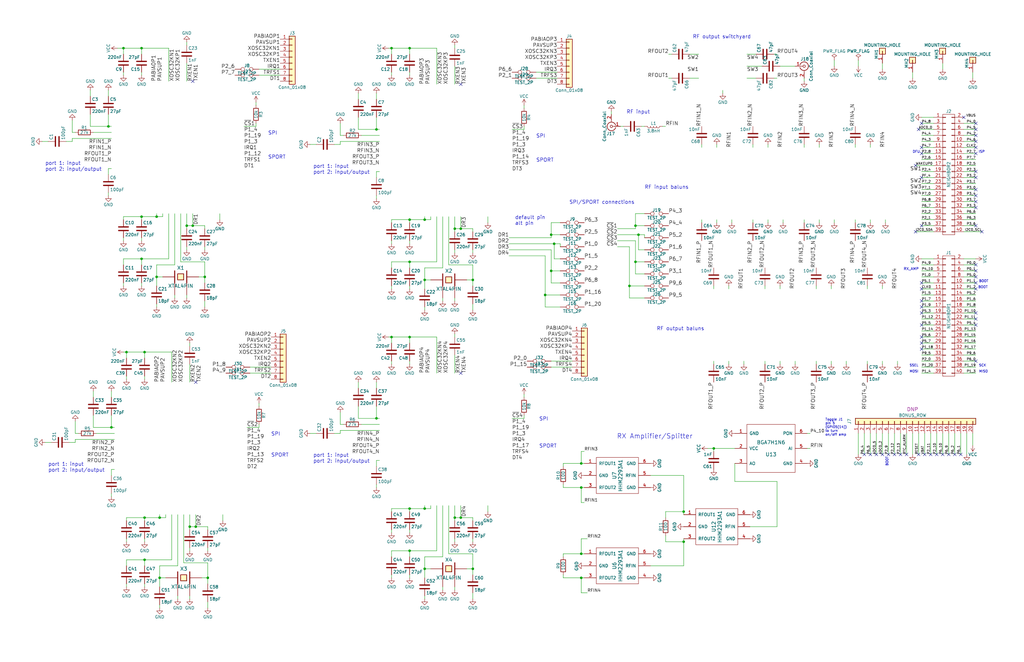
<source format=kicad_sch>
(kicad_sch (version 20230121) (generator eeschema)
  (paper "USLedger")
  (title_block (title "Lucky Bamboo") (date "2018-07-13") (company "Matthew Winchester") (comment 1 "License: GPL v2"))
  (junction (at 59.69 91.44))
  (junction (at 172.72 232.41))
  (junction (at 172.72 92.71))
  (junction (at 172.72 20.32))
  (junction (at 78.74 95.25))
  (junction (at 172.72 142.24))
  (junction (at 158.75 54.61))
  (junction (at 245.11 243.84))
  (junction (at 288.29 215.9))
  (junction (at 52.07 20.32))
  (junction (at 87.63 243.84))
  (junction (at 194.31 96.52))
  (junction (at 232.41 99.06))
  (junction (at 179.07 214.63))
  (junction (at 199.39 118.11))
  (junction (at 86.36 116.84))
  (junction (at 67.31 243.84))
  (junction (at 82.55 222.25))
  (junction (at 191.77 218.44))
  (junction (at 60.96 148.59))
  (junction (at 80.01 222.25))
  (junction (at 81.28 95.25))
  (junction (at 267.97 110.49))
  (junction (at 199.39 240.03))
  (junction (at 245.11 195.58))
  (junction (at 245.11 205.74))
  (junction (at 46.99 180.34))
  (junction (at 60.96 236.22))
  (junction (at 179.07 240.03))
  (junction (at 267.97 95.25))
  (junction (at 165.1 20.32))
  (junction (at 269.24 99.06))
  (junction (at 245.11 233.68))
  (junction (at 229.87 124.46))
  (junction (at 265.43 120.65))
  (junction (at 232.41 114.3))
  (junction (at 59.69 109.22))
  (junction (at 233.68 102.87))
  (junction (at 179.07 92.71))
  (junction (at 53.34 148.59))
  (junction (at 300.99 189.23))
  (junction (at 59.69 20.32))
  (junction (at 179.07 118.11))
  (junction (at 67.31 218.44))
  (junction (at 194.31 218.44))
  (junction (at 165.1 142.24))
  (junction (at 288.29 228.6))
  (junction (at 191.77 96.52))
  (junction (at 66.04 91.44))
  (junction (at 158.75 176.53))
  (junction (at 60.96 218.44))
  (junction (at 172.72 214.63))
  (junction (at 172.72 110.49))
  (junction (at 66.04 116.84))
  (junction (at 45.72 53.34))
  (no_connect (at 411.48 57.15))
  (no_connect (at 411.48 116.84))
  (no_connect (at 388.62 144.78))
  (no_connect (at 388.62 142.24))
  (no_connect (at 388.62 119.38))
  (no_connect (at 405.13 191.77))
  (no_connect (at 411.48 80.01))
  (no_connect (at 194.31 35.56))
  (no_connect (at 388.62 62.23))
  (no_connect (at 411.48 82.55))
  (no_connect (at 388.62 121.92))
  (no_connect (at 388.62 127))
  (no_connect (at 81.28 34.29))
  (no_connect (at 388.62 137.16))
  (no_connect (at 411.48 132.08))
  (no_connect (at 389.89 191.77))
  (no_connect (at 402.59 191.77))
  (no_connect (at 388.62 95.25))
  (no_connect (at 82.55 161.29))
  (no_connect (at 414.02 97.79))
  (no_connect (at 372.11 191.77))
  (no_connect (at 411.48 62.23))
  (no_connect (at 194.31 157.48))
  (no_connect (at 397.51 191.77))
  (no_connect (at 364.49 191.77))
  (no_connect (at 411.48 119.38))
  (no_connect (at 377.19 191.77))
  (no_connect (at 379.73 191.77))
  (no_connect (at 387.35 191.77))
  (no_connect (at 388.62 147.32))
  (no_connect (at 411.48 87.63))
  (no_connect (at 411.48 114.3))
  (no_connect (at 411.48 64.77))
  (no_connect (at 388.62 129.54))
  (no_connect (at 411.48 85.09))
  (no_connect (at 387.35 54.61))
  (no_connect (at 367.03 191.77))
  (no_connect (at 388.62 52.07))
  (no_connect (at 411.48 59.69))
  (no_connect (at 411.48 152.4))
  (no_connect (at 394.97 191.77))
  (no_connect (at 411.48 52.07))
  (no_connect (at 388.62 74.93))
  (no_connect (at 411.48 134.62))
  (no_connect (at 374.65 191.77))
  (no_connect (at 388.62 132.08))
  (no_connect (at 411.48 72.39))
  (no_connect (at 411.48 95.25))
  (no_connect (at 406.4 49.53))
  (no_connect (at 386.08 69.85))
  (no_connect (at 411.48 111.76))
  (no_connect (at 382.27 191.77))
  (no_connect (at 386.08 97.79))
  (no_connect (at 369.57 191.77))
  (no_connect (at 411.48 54.61))
  (no_connect (at 392.43 191.77))
  (no_connect (at 411.48 137.16))
  (no_connect (at 400.05 191.77))
  (no_connect (at 411.48 74.93))
  (no_connect (at 388.62 64.77))
  (no_connect (at 411.48 121.92))
  (wire (pts (xy 220.98 176.53) (xy 220.98 175.26)))
  (wire (pts (xy 80.01 153.67) (xy 80.01 161.29)))
  (wire (pts (xy 229.87 124.46) (xy 229.87 129.54)))
  (wire (pts (xy 71.12 109.22) (xy 71.12 90.17)))
  (wire (pts (xy 279.4 53.34) (xy 280.67 53.34)))
  (wire (pts (xy 339.09 62.23) (xy 339.09 60.96)))
  (wire (pts (xy 265.43 125.73) (xy 271.78 125.73)))
  (wire (pts (xy 118.11 29.21) (xy 109.22 29.21)))
  (wire (pts (xy 388.62 154.94) (xy 393.7 154.94)))
  (wire (pts (xy 172.72 92.71) (xy 172.72 93.98)))
  (wire (pts (xy 387.35 54.61) (xy 393.7 54.61)))
  (wire (pts (xy 323.85 62.23) (xy 323.85 60.96)))
  (wire (pts (xy 184.15 142.24) (xy 172.72 142.24)))
  (wire (pts (xy 406.4 157.48) (xy 411.48 157.48)))
  (wire (pts (xy 340.36 189.23) (xy 341.63 189.23)))
  (wire (pts (xy 314.96 27.94) (xy 321.31 27.94)))
  (wire (pts (xy 411.48 127) (xy 406.4 127)))
  (wire (pts (xy 80.01 217.17) (xy 80.01 222.25)))
  (wire (pts (xy 300.99 189.23) (xy 300.99 190.5)))
  (wire (pts (xy 158.75 176.53) (xy 158.75 171.45)))
  (wire (pts (xy 246.38 205.74) (xy 245.11 205.74)))
  (wire (pts (xy 179.07 214.63) (xy 179.07 213.36)))
  (wire (pts (xy 191.77 96.52) (xy 194.31 96.52)))
  (wire (pts (xy 194.31 218.44) (xy 199.39 218.44)))
  (wire (pts (xy 328.93 27.94) (xy 335.28 27.94)))
  (wire (pts (xy 367.03 92.71) (xy 367.03 93.98)))
  (wire (pts (xy 232.41 99.06) (xy 236.22 99.06)))
  (wire (pts (xy 304.8 38.1) (xy 304.8 39.37)))
  (wire (pts (xy 232.41 99.06) (xy 232.41 100.33)))
  (wire (pts (xy 309.88 195.58) (xy 309.88 203.2)))
  (wire (pts (xy 369.57 191.77) (xy 369.57 182.88)))
  (wire (pts (xy 388.62 90.17) (xy 393.7 90.17)))
  (wire (pts (xy 411.48 82.55) (xy 406.4 82.55)))
  (wire (pts (xy 30.48 58.42) (xy 30.48 59.69)))
  (wire (pts (xy 411.48 59.69) (xy 406.4 59.69)))
  (wire (pts (xy 172.72 142.24) (xy 165.1 142.24)))
  (wire (pts (xy 411.48 74.93) (xy 406.4 74.93)))
  (wire (pts (xy 165.1 153.67) (xy 165.1 152.4)))
  (wire (pts (xy 165.1 31.75) (xy 165.1 30.48)))
  (wire (pts (xy 60.96 160.02) (xy 60.96 158.75)))
  (wire (pts (xy 384.81 30.48) (xy 384.81 33.02)))
  (wire (pts (xy 283.21 22.86) (xy 281.94 22.86)))
  (wire (pts (xy 107.95 44.45) (xy 107.95 43.18)))
  (wire (pts (xy 72.39 148.59) (xy 60.96 148.59)))
  (wire (pts (xy 220.98 54.61) (xy 220.98 53.34)))
  (wire (pts (xy 186.69 213.36) (xy 186.69 234.95)))
  (wire (pts (xy 246.38 243.84) (xy 245.11 243.84)))
  (wire (pts (xy 406.4 95.25) (xy 411.48 95.25)))
  (wire (pts (xy 411.48 69.85) (xy 406.4 69.85)))
  (wire (pts (xy 80.01 222.25) (xy 80.01 223.52)))
  (wire (pts (xy 158.75 82.55) (xy 158.75 83.82)))
  (wire (pts (xy 351.79 92.71) (xy 351.79 93.98)))
  (wire (pts (xy 339.09 92.71) (xy 339.09 93.98)))
  (wire (pts (xy 410.21 30.48) (xy 410.21 33.02)))
  (wire (pts (xy 257.81 48.26) (xy 257.81 46.99)))
  (wire (pts (xy 172.72 232.41) (xy 184.15 232.41)))
  (wire (pts (xy 388.62 114.3) (xy 393.7 114.3)))
  (wire (pts (xy 345.44 92.71) (xy 345.44 93.98)))
  (wire (pts (xy 52.07 20.32) (xy 59.69 20.32)))
  (wire (pts (xy 66.04 91.44) (xy 68.58 91.44)))
  (wire (pts (xy 59.69 109.22) (xy 59.69 111.76)))
  (wire (pts (xy 406.4 139.7) (xy 411.48 139.7)))
  (wire (pts (xy 267.97 96.52) (xy 260.35 96.52)))
  (wire (pts (xy 372.11 191.77) (xy 372.11 182.88)))
  (wire (pts (xy 189.23 91.44) (xy 189.23 111.76)))
  (wire (pts (xy 411.48 77.47) (xy 406.4 77.47)))
  (wire (pts (xy 87.63 243.84) (xy 87.63 246.38)))
  (wire (pts (xy 388.62 149.86) (xy 393.7 149.86)))
  (wire (pts (xy 152.4 179.07) (xy 160.02 179.07)))
  (wire (pts (xy 345.44 62.23) (xy 345.44 60.96)))
  (wire (pts (xy 411.48 85.09) (xy 406.4 85.09)))
  (wire (pts (xy 53.34 236.22) (xy 53.34 238.76)))
  (wire (pts (xy 160.02 194.31) (xy 158.75 194.31)))
  (wire (pts (xy 59.69 109.22) (xy 71.12 109.22)))
  (wire (pts (xy 165.1 214.63) (xy 165.1 215.9)))
  (wire (pts (xy 407.67 191.77) (xy 407.67 182.88)))
  (wire (pts (xy 393.7 82.55) (xy 388.62 82.55)))
  (wire (pts (xy 406.4 52.07) (xy 411.48 52.07)))
  (wire (pts (xy 388.62 116.84) (xy 393.7 116.84)))
  (wire (pts (xy 46.99 180.34) (xy 48.26 180.34)))
  (wire (pts (xy 388.62 142.24) (xy 393.7 142.24)))
  (wire (pts (xy 339.09 33.02) (xy 339.09 34.29)))
  (wire (pts (xy 245.11 190.5) (xy 246.38 190.5)))
  (wire (pts (xy 406.4 134.62) (xy 411.48 134.62)))
  (wire (pts (xy 233.68 109.22) (xy 236.22 109.22)))
  (wire (pts (xy 411.48 137.16) (xy 406.4 137.16)))
  (wire (pts (xy 283.21 33.02) (xy 281.94 33.02)))
  (wire (pts (xy 82.55 222.25) (xy 87.63 222.25)))
  (wire (pts (xy 191.77 247.65) (xy 191.77 248.92)))
  (wire (pts (xy 360.68 92.71) (xy 360.68 93.98)))
  (wire (pts (xy 394.97 191.77) (xy 394.97 182.88)))
  (wire (pts (xy 245.11 250.19) (xy 247.65 250.19)))
  (wire (pts (xy 53.34 148.59) (xy 52.07 148.59)))
  (wire (pts (xy 179.07 113.03) (xy 179.07 118.11)))
  (wire (pts (xy 86.36 129.54) (xy 86.36 127)))
  (wire (pts (xy 406.4 149.86) (xy 411.48 149.86)))
  (wire (pts (xy 274.32 238.76) (xy 288.29 238.76)))
  (wire (pts (xy 172.72 22.86) (xy 172.72 20.32)))
  (wire (pts (xy 172.72 20.32) (xy 165.1 20.32)))
  (wire (pts (xy 199.39 218.44) (xy 199.39 219.71)))
  (wire (pts (xy 307.34 121.92) (xy 307.34 120.65)))
  (wire (pts (xy 165.1 232.41) (xy 165.1 234.95)))
  (wire (pts (xy 144.78 57.15) (xy 143.51 57.15)))
  (wire (pts (xy 191.77 96.52) (xy 191.77 97.79)))
  (wire (pts (xy 229.87 129.54) (xy 236.22 129.54)))
  (wire (pts (xy 288.29 227.33) (xy 288.29 228.6)))
  (wire (pts (xy 411.48 111.76) (xy 406.4 111.76)))
  (wire (pts (xy 59.69 100.33) (xy 59.69 101.6)))
  (wire (pts (xy 361.95 191.77) (xy 361.95 182.88)))
  (wire (pts (xy 388.62 77.47) (xy 393.7 77.47)))
  (wire (pts (xy 373.38 92.71) (xy 373.38 93.98)))
  (wire (pts (xy 66.04 91.44) (xy 66.04 90.17)))
  (wire (pts (xy 323.85 92.71) (xy 323.85 93.98)))
  (wire (pts (xy 280.67 215.9) (xy 280.67 218.44)))
  (wire (pts (xy 20.32 59.69) (xy 17.78 59.69)))
  (wire (pts (xy 165.1 110.49) (xy 172.72 110.49)))
  (wire (pts (xy 158.75 54.61) (xy 158.75 49.53)))
  (wire (pts (xy 191.77 218.44) (xy 191.77 219.71)))
  (wire (pts (xy 388.62 144.78) (xy 393.7 144.78)))
  (wire (pts (xy 269.24 99.06) (xy 271.78 99.06)))
  (wire (pts (xy 186.69 125.73) (xy 186.69 127)))
  (wire (pts (xy 53.34 227.33) (xy 53.34 228.6)))
  (wire (pts (xy 158.75 194.31) (xy 158.75 196.85)))
  (wire (pts (xy 397.51 191.77) (xy 397.51 182.88)))
  (wire (pts (xy 411.48 62.23) (xy 406.4 62.23)))
  (wire (pts (xy 267.97 110.49) (xy 267.97 115.57)))
  (wire (pts (xy 191.77 91.44) (xy 191.77 96.52)))
  (wire (pts (xy 245.11 212.09) (xy 246.38 212.09)))
  (wire (pts (xy 114.3 154.94) (xy 105.41 154.94)))
  (wire (pts (xy 378.46 152.4) (xy 378.46 153.67)))
  (wire (pts (xy 77.47 217.17) (xy 77.47 237.49)))
  (wire (pts (xy 246.38 233.68) (xy 245.11 233.68)))
  (wire (pts (xy 411.48 80.01) (xy 406.4 80.01)))
  (wire (pts (xy 392.43 191.77) (xy 392.43 182.88)))
  (wire (pts (xy 46.99 180.34) (xy 46.99 175.26)))
  (wire (pts (xy 38.1 40.64) (xy 38.1 38.1)))
  (wire (pts (xy 52.07 20.32) (xy 52.07 22.86)))
  (wire (pts (xy 199.39 118.11) (xy 199.39 120.65)))
  (wire (pts (xy 388.62 127) (xy 393.7 127)))
  (wire (pts (xy 73.66 90.17) (xy 73.66 111.76)))
  (wire (pts (xy 295.91 62.23) (xy 295.91 60.96)))
  (wire (pts (xy 78.74 95.25) (xy 78.74 96.52)))
  (wire (pts (xy 411.48 92.71) (xy 406.4 92.71)))
  (wire (pts (xy 326.39 22.86) (xy 327.66 22.86)))
  (wire (pts (xy 411.48 72.39) (xy 406.4 72.39)))
  (wire (pts (xy 298.45 189.23) (xy 300.99 189.23)))
  (wire (pts (xy 199.39 227.33) (xy 199.39 228.6)))
  (wire (pts (xy 214.63 107.95) (xy 229.87 107.95)))
  (wire (pts (xy 351.79 25.4) (xy 351.79 27.94)))
  (wire (pts (xy 72.39 148.59) (xy 72.39 161.29)))
  (wire (pts (xy 232.41 119.38) (xy 236.22 119.38)))
  (wire (pts (xy 151.13 176.53) (xy 151.13 171.45)))
  (wire (pts (xy 194.31 96.52) (xy 199.39 96.52)))
  (wire (pts (xy 143.51 57.15) (xy 143.51 52.07)))
  (wire (pts (xy 309.88 203.2) (xy 327.66 203.2)))
  (wire (pts (xy 60.96 218.44) (xy 67.31 218.44)))
  (wire (pts (xy 377.19 191.77) (xy 377.19 182.88)))
  (wire (pts (xy 234.95 33.02) (xy 226.06 33.02)))
  (wire (pts (xy 143.51 179.07) (xy 143.51 173.99)))
  (wire (pts (xy 107.95 53.34) (xy 107.95 52.07)))
  (wire (pts (xy 52.07 119.38) (xy 52.07 120.65)))
  (wire (pts (xy 411.48 67.31) (xy 406.4 67.31)))
  (wire (pts (xy 388.62 121.92) (xy 393.7 121.92)))
  (wire (pts (xy 143.51 181.61) (xy 143.51 182.88)))
  (wire (pts (xy 60.96 236.22) (xy 60.96 238.76)))
  (wire (pts (xy 350.52 152.4) (xy 350.52 153.67)))
  (wire (pts (xy 194.31 213.36) (xy 194.31 218.44)))
  (wire (pts (xy 68.58 91.44) (xy 68.58 90.17)))
  (wire (pts (xy 30.48 59.69) (xy 27.94 59.69)))
  (wire (pts (xy 179.07 118.11) (xy 179.07 121.92)))
  (wire (pts (xy 151.13 163.83) (xy 151.13 161.29)))
  (wire (pts (xy 165.1 101.6) (xy 165.1 102.87)))
  (wire (pts (xy 172.72 110.49) (xy 172.72 113.03)))
  (wire (pts (xy 172.72 120.65) (xy 172.72 121.92)))
  (wire (pts (xy 46.99 208.28) (xy 46.99 209.55)))
  (wire (pts (xy 267.97 115.57) (xy 271.78 115.57)))
  (wire (pts (xy 30.48 55.88) (xy 30.48 50.8)))
  (wire (pts (xy 86.36 116.84) (xy 83.82 116.84)))
  (wire (pts (xy 245.11 243.84) (xy 237.49 243.84)))
  (wire (pts (xy 374.65 191.77) (xy 374.65 182.88)))
  (wire (pts (xy 388.62 109.22) (xy 393.7 109.22)))
  (wire (pts (xy 179.07 118.11) (xy 181.61 118.11)))
  (wire (pts (xy 388.62 124.46) (xy 393.7 124.46)))
  (wire (pts (xy 179.07 240.03) (xy 181.61 240.03)))
  (wire (pts (xy 372.11 26.67) (xy 372.11 29.21)))
  (wire (pts (xy 411.48 132.08) (xy 406.4 132.08)))
  (wire (pts (xy 300.99 189.23) (xy 309.88 189.23)))
  (wire (pts (xy 245.11 227.33) (xy 245.11 233.68)))
  (wire (pts (xy 181.61 92.71) (xy 181.61 91.44)))
  (wire (pts (xy 60.96 236.22) (xy 72.39 236.22)))
  (wire (pts (xy 165.1 214.63) (xy 172.72 214.63)))
  (wire (pts (xy 267.97 90.17) (xy 271.78 90.17)))
  (wire (pts (xy 49.53 20.32) (xy 52.07 20.32)))
  (wire (pts (xy 295.91 92.71) (xy 295.91 93.98)))
  (wire (pts (xy 267.97 101.6) (xy 267.97 110.49)))
  (wire (pts (xy 260.35 99.06) (xy 269.24 99.06)))
  (wire (pts (xy 172.72 223.52) (xy 172.72 224.79)))
  (wire (pts (xy 388.62 137.16) (xy 393.7 137.16)))
  (wire (pts (xy 300.99 121.92) (xy 300.99 120.65)))
  (wire (pts (xy 379.73 191.77) (xy 379.73 182.88)))
  (wire (pts (xy 40.64 182.88) (xy 48.26 182.88)))
  (wire (pts (xy 241.3 154.94) (xy 232.41 154.94)))
  (wire (pts (xy 384.81 191.77) (xy 384.81 182.88)))
  (wire (pts (xy 393.7 57.15) (xy 388.62 57.15)))
  (wire (pts (xy 232.41 114.3) (xy 232.41 119.38)))
  (wire (pts (xy 80.01 251.46) (xy 80.01 252.73)))
  (wire (pts (xy 327.66 222.25) (xy 316.23 222.25)))
  (wire (pts (xy 82.55 217.17) (xy 82.55 222.25)))
  (wire (pts (xy 344.17 152.4) (xy 344.17 153.67)))
  (wire (pts (xy 406.4 144.78) (xy 411.48 144.78)))
  (wire (pts (xy 191.77 125.73) (xy 191.77 127)))
  (wire (pts (xy 411.48 87.63) (xy 406.4 87.63)))
  (wire (pts (xy 236.22 102.87) (xy 236.22 104.14)))
  (wire (pts (xy 393.7 92.71) (xy 388.62 92.71)))
  (wire (pts (xy 45.72 71.12) (xy 45.72 73.66)))
  (wire (pts (xy 288.29 200.66) (xy 274.32 200.66)))
  (wire (pts (xy 39.37 180.34) (xy 39.37 175.26)))
  (wire (pts (xy 184.15 232.41) (xy 184.15 213.36)))
  (wire (pts (xy 288.29 228.6) (xy 288.29 238.76)))
  (wire (pts (xy 317.5 62.23) (xy 317.5 60.96)))
  (wire (pts (xy 232.41 105.41) (xy 214.63 105.41)))
  (wire (pts (xy 290.83 22.86) (xy 294.64 22.86)))
  (wire (pts (xy 411.48 121.92) (xy 406.4 121.92)))
  (wire (pts (xy 172.72 144.78) (xy 172.72 142.24)))
  (wire (pts (xy 233.68 102.87) (xy 236.22 102.87)))
  (wire (pts (xy 388.62 134.62) (xy 393.7 134.62)))
  (wire (pts (xy 406.4 129.54) (xy 411.48 129.54)))
  (wire (pts (xy 220.98 167.64) (xy 220.98 166.37)))
  (wire (pts (xy 87.63 256.54) (xy 87.63 254)))
  (wire (pts (xy 245.11 233.68) (xy 237.49 233.68)))
  (wire (pts (xy 365.76 121.92) (xy 365.76 120.65)))
  (wire (pts (xy 165.1 242.57) (xy 165.1 243.84)))
  (wire (pts (xy 179.07 92.71) (xy 181.61 92.71)))
  (wire (pts (xy 191.77 213.36) (xy 191.77 218.44)))
  (wire (pts (xy 237.49 195.58) (xy 237.49 196.85)))
  (wire (pts (xy 237.49 205.74) (xy 237.49 204.47)))
  (wire (pts (xy 143.51 182.88) (xy 140.97 182.88)))
  (wire (pts (xy 76.2 110.49) (xy 86.36 110.49)))
  (wire (pts (xy 60.96 148.59) (xy 53.34 148.59)))
  (wire (pts (xy 144.78 179.07) (xy 143.51 179.07)))
  (wire (pts (xy 322.58 152.4) (xy 322.58 153.67)))
  (wire (pts (xy 73.66 124.46) (xy 73.66 125.73)))
  (wire (pts (xy 191.77 140.97) (xy 191.77 142.24)))
  (wire (pts (xy 186.69 91.44) (xy 186.69 113.03)))
  (wire (pts (xy 191.77 27.94) (xy 191.77 35.56)))
  (wire (pts (xy 288.29 215.9) (xy 280.67 215.9)))
  (wire (pts (xy 53.34 151.13) (xy 53.34 148.59)))
  (wire (pts (xy 388.62 147.32) (xy 393.7 147.32)))
  (wire (pts (xy 45.72 40.64) (xy 45.72 38.1)))
  (wire (pts (xy 199.39 105.41) (xy 199.39 106.68)))
  (wire (pts (xy 245.11 205.74) (xy 237.49 205.74)))
  (wire (pts (xy 411.48 54.61) (xy 406.4 54.61)))
  (wire (pts (xy 66.04 116.84) (xy 66.04 120.65)))
  (wire (pts (xy 402.59 191.77) (xy 402.59 182.88)))
  (wire (pts (xy 86.36 95.25) (xy 86.36 96.52)))
  (wire (pts (xy 393.7 157.48) (xy 388.62 157.48)))
  (wire (pts (xy 191.77 218.44) (xy 194.31 218.44)))
  (wire (pts (xy 365.76 152.4) (xy 365.76 153.67)))
  (wire (pts (xy 411.48 57.15) (xy 406.4 57.15)))
  (wire (pts (xy 269.24 105.41) (xy 271.78 105.41)))
  (wire (pts (xy 104.14 180.34) (xy 109.22 180.34)))
  (wire (pts (xy 189.23 111.76) (xy 199.39 111.76)))
  (wire (pts (xy 158.75 176.53) (xy 160.02 176.53)))
  (wire (pts (xy 267.97 95.25) (xy 267.97 96.52)))
  (wire (pts (xy 308.61 92.71) (xy 308.61 93.98)))
  (wire (pts (xy 31.75 55.88) (xy 30.48 55.88)))
  (wire (pts (xy 152.4 57.15) (xy 160.02 57.15)))
  (wire (pts (xy 87.63 222.25) (xy 87.63 223.52)))
  (wire (pts (xy 388.62 52.07) (xy 393.7 52.07)))
  (wire (pts (xy 215.9 176.53) (xy 220.98 176.53)))
  (wire (pts (xy 393.7 87.63) (xy 388.62 87.63)))
  (wire (pts (xy 406.4 124.46) (xy 411.48 124.46)))
  (wire (pts (xy 165.1 22.86) (xy 165.1 20.32)))
  (wire (pts (xy 133.35 182.88) (xy 130.81 182.88)))
  (wire (pts (xy 158.75 54.61) (xy 160.02 54.61)))
  (wire (pts (xy 39.37 55.88) (xy 46.99 55.88)))
  (wire (pts (xy 205.74 215.9) (xy 205.74 213.36)))
  (wire (pts (xy 179.07 234.95) (xy 179.07 240.03)))
  (wire (pts (xy 411.48 147.32) (xy 406.4 147.32)))
  (wire (pts (xy 81.28 90.17) (xy 81.28 95.25)))
  (wire (pts (xy 53.34 218.44) (xy 60.96 218.44)))
  (wire (pts (xy 165.1 110.49) (xy 165.1 113.03)))
  (wire (pts (xy 165.1 144.78) (xy 165.1 142.24)))
  (wire (pts (xy 199.39 233.68) (xy 199.39 240.03)))
  (wire (pts (xy 172.72 30.48) (xy 172.72 31.75)))
  (wire (pts (xy 245.11 195.58) (xy 237.49 195.58)))
  (wire (pts (xy 199.39 130.81) (xy 199.39 128.27)))
  (wire (pts (xy 328.93 152.4) (xy 328.93 153.67)))
  (wire (pts (xy 87.63 237.49) (xy 87.63 243.84)))
  (wire (pts (xy 414.02 97.79) (xy 406.4 97.79)))
  (wire (pts (xy 184.15 20.32) (xy 172.72 20.32)))
  (wire (pts (xy 388.62 95.25) (xy 393.7 95.25)))
  (wire (pts (xy 52.07 91.44) (xy 59.69 91.44)))
  (wire (pts (xy 388.62 59.69) (xy 393.7 59.69)))
  (wire (pts (xy 78.74 95.25) (xy 81.28 95.25)))
  (wire (pts (xy 406.4 119.38) (xy 411.48 119.38)))
  (wire (pts (xy 393.7 72.39) (xy 388.62 72.39)))
  (wire (pts (xy 245.11 243.84) (xy 245.11 250.19)))
  (wire (pts (xy 411.48 154.94) (xy 406.4 154.94)))
  (wire (pts (xy 172.72 153.67) (xy 172.72 152.4)))
  (wire (pts (xy 260.35 101.6) (xy 267.97 101.6)))
  (wire (pts (xy 388.62 152.4) (xy 393.7 152.4)))
  (wire (pts (xy 160.02 72.39) (xy 158.75 72.39)))
  (wire (pts (xy 143.51 181.61) (xy 160.02 181.61)))
  (wire (pts (xy 241.3 152.4) (xy 232.41 152.4)))
  (wire (pts (xy 214.63 102.87) (xy 233.68 102.87)))
  (wire (pts (xy 67.31 218.44) (xy 67.31 217.17)))
  (wire (pts (xy 48.26 198.12) (xy 46.99 198.12)))
  (wire (pts (xy 229.87 107.95) (xy 229.87 124.46)))
  (wire (pts (xy 72.39 236.22) (xy 72.39 217.17)))
  (wire (pts (xy 269.24 99.06) (xy 269.24 105.41)))
  (wire (pts (xy 288.29 228.6) (xy 280.67 228.6)))
  (wire (pts (xy 78.74 90.17) (xy 78.74 95.25)))
  (wire (pts (xy 260.35 104.14) (xy 265.43 104.14)))
  (wire (pts (xy 179.07 92.71) (xy 179.07 91.44)))
  (wire (pts (xy 237.49 233.68) (xy 237.49 234.95)))
  (wire (pts (xy 388.62 62.23) (xy 393.7 62.23)))
  (wire (pts (xy 189.23 213.36) (xy 189.23 233.68)))
  (wire (pts (xy 151.13 54.61) (xy 158.75 54.61)))
  (wire (pts (xy 267.97 90.17) (xy 267.97 95.25)))
  (wire (pts (xy 78.74 124.46) (xy 78.74 125.73)))
  (wire (pts (xy 39.37 180.34) (xy 46.99 180.34)))
  (wire (pts (xy 388.62 49.53) (xy 393.7 49.53)))
  (wire (pts (xy 165.1 223.52) (xy 165.1 224.79)))
  (wire (pts (xy 74.93 251.46) (xy 74.93 252.73)))
  (wire (pts (xy 67.31 218.44) (xy 69.85 218.44)))
  (wire (pts (xy 372.11 152.4) (xy 372.11 153.67)))
  (wire (pts (xy 270.51 53.34) (xy 271.78 53.34)))
  (wire (pts (xy 300.99 152.4) (xy 300.99 153.67)))
  (wire (pts (xy 245.11 227.33) (xy 247.65 227.33)))
  (wire (pts (xy 288.29 200.66) (xy 288.29 215.9)))
  (wire (pts (xy 60.96 218.44) (xy 60.96 219.71)))
  (wire (pts (xy 246.38 195.58) (xy 245.11 195.58)))
  (wire (pts (xy 52.07 109.22) (xy 52.07 111.76)))
  (wire (pts (xy 46.99 167.64) (xy 46.99 165.1)))
  (wire (pts (xy 118.11 31.75) (xy 109.22 31.75)))
  (wire (pts (xy 158.75 163.83) (xy 158.75 161.29)))
  (wire (pts (xy 233.68 102.87) (xy 233.68 109.22)))
  (wire (pts (xy 179.07 214.63) (xy 181.61 214.63)))
  (wire (pts (xy 172.72 232.41) (xy 172.72 234.95)))
  (wire (pts (xy 179.07 240.03) (xy 179.07 243.84)))
  (wire (pts (xy 52.07 109.22) (xy 59.69 109.22)))
  (wire (pts (xy 172.72 242.57) (xy 172.72 243.84)))
  (wire (pts (xy 327.66 203.2) (xy 327.66 222.25)))
  (wire (pts (xy 59.69 91.44) (xy 66.04 91.44)))
  (wire (pts (xy 143.51 60.96) (xy 140.97 60.96)))
  (wire (pts (xy 232.41 93.98) (xy 236.22 93.98)))
  (wire (pts (xy 21.59 186.69) (xy 19.05 186.69)))
  (wire (pts (xy 265.43 120.65) (xy 271.78 120.65)))
  (wire (pts (xy 151.13 176.53) (xy 158.75 176.53)))
  (wire (pts (xy 271.78 99.06) (xy 271.78 100.33)))
  (wire (pts (xy 165.1 92.71) (xy 165.1 93.98)))
  (wire (pts (xy 67.31 256.54) (xy 67.31 255.27)))
  (wire (pts (xy 78.74 26.67) (xy 78.74 34.29)))
  (wire (pts (xy 406.4 109.22) (xy 411.48 109.22)))
  (wire (pts (xy 67.31 238.76) (xy 67.31 243.84)))
  (wire (pts (xy 199.39 240.03) (xy 196.85 240.03)))
  (wire (pts (xy 232.41 93.98) (xy 232.41 99.06)))
  (wire (pts (xy 265.43 120.65) (xy 265.43 125.73)))
  (wire (pts (xy 172.72 92.71) (xy 179.07 92.71)))
  (wire (pts (xy 328.93 121.92) (xy 328.93 120.65)))
  (wire (pts (xy 59.69 20.32) (xy 71.12 20.32)))
  (wire (pts (xy 405.13 191.77) (xy 405.13 182.88)))
  (wire (pts (xy 181.61 214.63) (xy 181.61 213.36)))
  (wire (pts (xy 360.68 62.23) (xy 360.68 60.96)))
  (wire (pts (xy 172.72 110.49) (xy 184.15 110.49)))
  (wire (pts (xy 411.48 116.84) (xy 406.4 116.84)))
  (wire (pts (xy 38.1 53.34) (xy 45.72 53.34)))
  (wire (pts (xy 393.7 97.79) (xy 386.08 97.79)))
  (wire (pts (xy 215.9 54.61) (xy 220.98 54.61)))
  (wire (pts (xy 151.13 54.61) (xy 151.13 49.53)))
  (wire (pts (xy 165.1 92.71) (xy 172.72 92.71)))
  (wire (pts (xy 60.96 227.33) (xy 60.96 228.6)))
  (wire (pts (xy 31.75 186.69) (xy 29.21 186.69)))
  (wire (pts (xy 410.21 187.96) (xy 410.21 182.88)))
  (wire (pts (xy 199.39 118.11) (xy 196.85 118.11)))
  (wire (pts (xy 143.51 59.69) (xy 143.51 60.96)))
  (wire (pts (xy 317.5 92.71) (xy 317.5 93.98)))
  (wire (pts (xy 191.77 149.86) (xy 191.77 157.48)))
  (wire (pts (xy 71.12 20.32) (xy 71.12 34.29)))
  (wire (pts (xy 411.48 64.77) (xy 406.4 64.77)))
  (wire (pts (xy 158.75 204.47) (xy 158.75 205.74)))
  (wire (pts (xy 350.52 121.92) (xy 350.52 120.65)))
  (wire (pts (xy 232.41 105.41) (xy 232.41 114.3)))
  (wire (pts (xy 280.67 228.6) (xy 280.67 226.06)))
  (wire (pts (xy 411.48 90.17) (xy 406.4 90.17)))
  (wire (pts (xy 38.1 53.34) (xy 38.1 48.26)))
  (wire (pts (xy 406.4 114.3) (xy 411.48 114.3)))
  (wire (pts (xy 191.77 227.33) (xy 191.77 228.6)))
  (wire (pts (xy 267.97 95.25) (xy 271.78 95.25)))
  (wire (pts (xy 237.49 243.84) (xy 237.49 242.57)))
  (wire (pts (xy 302.26 62.23) (xy 302.26 60.96)))
  (wire (pts (xy 234.95 30.48) (xy 226.06 30.48)))
  (wire (pts (xy 46.99 198.12) (xy 46.99 200.66)))
  (wire (pts (xy 388.62 74.93) (xy 393.7 74.93)))
  (wire (pts (xy 267.97 110.49) (xy 271.78 110.49)))
  (wire (pts (xy 39.37 167.64) (xy 39.37 165.1)))
  (wire (pts (xy 411.48 152.4) (xy 406.4 152.4)))
  (wire (pts (xy 53.34 236.22) (xy 60.96 236.22)))
  (wire (pts (xy 344.17 121.92) (xy 344.17 120.65)))
  (wire (pts (xy 52.07 31.75) (xy 52.07 30.48)))
  (wire (pts (xy 364.49 191.77) (xy 364.49 182.88)))
  (wire (pts (xy 59.69 31.75) (xy 59.69 30.48)))
  (wire (pts (xy 45.72 53.34) (xy 45.72 48.26)))
  (wire (pts (xy 172.72 214.63) (xy 172.72 215.9)))
  (wire (pts (xy 191.77 20.32) (xy 191.77 19.05)))
  (wire (pts (xy 387.35 191.77) (xy 387.35 182.88)))
  (wire (pts (xy 335.28 152.4) (xy 335.28 153.67)))
  (wire (pts (xy 158.75 72.39) (xy 158.75 74.93)))
  (wire (pts (xy 59.69 91.44) (xy 59.69 92.71)))
  (wire (pts (xy 53.34 246.38) (xy 53.34 247.65)))
  (wire (pts (xy 31.75 185.42) (xy 48.26 185.42)))
  (wire (pts (xy 388.62 132.08) (xy 393.7 132.08)))
  (wire (pts (xy 388.62 85.09) (xy 393.7 85.09)))
  (wire (pts (xy 194.31 91.44) (xy 194.31 96.52)))
  (wire (pts (xy 133.35 60.96) (xy 130.81 60.96)))
  (wire (pts (xy 81.28 95.25) (xy 86.36 95.25)))
  (wire (pts (xy 330.2 92.71) (xy 330.2 93.98)))
  (wire (pts (xy 172.72 214.63) (xy 179.07 214.63)))
  (wire (pts (xy 53.34 160.02) (xy 53.34 158.75)))
  (wire (pts (xy 59.69 20.32) (xy 59.69 22.86)))
  (wire (pts (xy 143.51 59.69) (xy 160.02 59.69)))
  (wire (pts (xy 92.71 92.71) (xy 92.71 90.17)))
  (wire (pts (xy 179.07 130.81) (xy 179.07 129.54)))
  (wire (pts (xy 102.87 53.34) (xy 107.95 53.34)))
  (wire (pts (xy 388.62 139.7) (xy 393.7 139.7)))
  (wire (pts (xy 400.05 191.77) (xy 400.05 182.88)))
  (wire (pts (xy 356.87 152.4) (xy 356.87 153.67)))
  (wire (pts (xy 388.62 111.76) (xy 393.7 111.76)))
  (wire (pts (xy 302.26 92.71) (xy 302.26 93.98)))
  (wire (pts (xy 367.03 62.23) (xy 367.03 60.96)))
  (wire (pts (xy 307.34 152.4) (xy 307.34 153.67)))
  (wire (pts (xy 388.62 64.77) (xy 393.7 64.77)))
  (wire (pts (xy 172.72 101.6) (xy 172.72 102.87)))
  (wire (pts (xy 261.62 53.34) (xy 262.89 53.34)))
  (wire (pts (xy 46.99 71.12) (xy 45.72 71.12)))
  (wire (pts (xy 326.39 33.02) (xy 327.66 33.02)))
  (wire (pts (xy 389.89 191.77) (xy 389.89 182.88)))
  (wire (pts (xy 322.58 120.65) (xy 322.58 121.92)))
  (wire (pts (xy 114.3 157.48) (xy 105.41 157.48)))
  (wire (pts (xy 80.01 146.05) (xy 80.01 144.78)))
  (wire (pts (xy 229.87 124.46) (xy 236.22 124.46)))
  (wire (pts (xy 86.36 110.49) (xy 86.36 116.84)))
  (wire (pts (xy 397.51 26.67) (xy 397.51 29.21)))
  (wire (pts (xy 372.11 121.92) (xy 372.11 120.65)))
  (wire (pts (xy 31.75 185.42) (xy 31.75 186.69)))
  (wire (pts (xy 31.75 182.88) (xy 31.75 177.8)))
  (wire (pts (xy 288.29 217.17) (xy 288.29 215.9)))
  (wire (pts (xy 165.1 20.32) (xy 163.83 20.32)))
  (wire (pts (xy 340.36 182.88) (xy 341.63 182.88)))
  (wire (pts (xy 191.77 105.41) (xy 191.77 106.68)))
  (wire (pts (xy 314.96 33.02) (xy 318.77 33.02)))
  (wire (pts (xy 109.22 180.34) (xy 109.22 179.07)))
  (wire (pts (xy 69.85 218.44) (xy 69.85 217.17)))
  (wire (pts (xy 78.74 19.05) (xy 78.74 17.78)))
  (wire (pts (xy 52.07 100.33) (xy 52.07 101.6)))
  (wire (pts (xy 59.69 119.38) (xy 59.69 120.65)))
  (wire (pts (xy 78.74 104.14) (xy 78.74 105.41)))
  (wire (pts (xy 184.15 110.49) (xy 184.15 91.44)))
  (wire (pts (xy 87.63 231.14) (xy 87.63 232.41)))
  (wire (pts (xy 232.41 114.3) (xy 236.22 114.3)))
  (wire (pts (xy 232.41 100.33) (xy 214.63 100.33)))
  (wire (pts (xy 189.23 233.68) (xy 199.39 233.68)))
  (wire (pts (xy 60.96 246.38) (xy 60.96 247.65)))
  (wire (pts (xy 186.69 247.65) (xy 186.69 248.92)))
  (wire (pts (xy 205.74 93.98) (xy 205.74 91.44)))
  (wire (pts (xy 74.93 217.17) (xy 74.93 238.76)))
  (wire (pts (xy 73.66 111.76) (xy 66.04 111.76)))
  (wire (pts (xy 52.07 91.44) (xy 52.07 92.71)))
  (wire (pts (xy 165.1 142.24) (xy 163.83 142.24)))
  (wire (pts (xy 74.93 238.76) (xy 67.31 238.76)))
  (wire (pts (xy 382.27 191.77) (xy 382.27 182.88)))
  (wire (pts (xy 76.2 90.17) (xy 76.2 110.49)))
  (wire (pts (xy 165.1 232.41) (xy 172.72 232.41)))
  (wire (pts (xy 199.39 240.03) (xy 199.39 242.57)))
  (wire (pts (xy 93.98 219.71) (xy 93.98 217.17)))
  (wire (pts (xy 86.36 116.84) (xy 86.36 119.38)))
  (wire (pts (xy 53.34 218.44) (xy 53.34 219.71)))
  (wire (pts (xy 367.03 191.77) (xy 367.03 182.88)))
  (wire (pts (xy 184.15 20.32) (xy 184.15 35.56)))
  (wire (pts (xy 30.48 58.42) (xy 46.99 58.42)))
  (wire (pts (xy 388.62 119.38) (xy 393.7 119.38)))
  (wire (pts (xy 66.04 129.54) (xy 66.04 128.27)))
  (wire (pts (xy 67.31 243.84) (xy 67.31 247.65)))
  (wire (pts (xy 186.69 113.03) (xy 179.07 113.03)))
  (wire (pts (xy 265.43 104.14) (xy 265.43 120.65)))
  (wire (pts (xy 186.69 234.95) (xy 179.07 234.95)))
  (wire (pts (xy 199.39 252.73) (xy 199.39 250.19)))
  (wire (pts (xy 393.7 69.85) (xy 386.08 69.85)))
  (wire (pts (xy 45.72 81.28) (xy 45.72 82.55)))
  (wire (pts (xy 388.62 129.54) (xy 393.7 129.54)))
  (wire (pts (xy 77.47 237.49) (xy 87.63 237.49)))
  (wire (pts (xy 411.48 142.24) (xy 406.4 142.24)))
  (wire (pts (xy 60.96 151.13) (xy 60.96 148.59)))
  (wire (pts (xy 86.36 104.14) (xy 86.36 105.41)))
  (wire (pts (xy 151.13 41.91) (xy 151.13 39.37)))
  (wire (pts (xy 80.01 222.25) (xy 82.55 222.25)))
  (wire (pts (xy 66.04 116.84) (xy 68.58 116.84)))
  (wire (pts (xy 165.1 120.65) (xy 165.1 121.92)))
  (wire (pts (xy 361.95 25.4) (xy 361.95 27.94)))
  (wire (pts (xy 158.75 41.91) (xy 158.75 39.37)))
  (wire (pts (xy 45.72 53.34) (xy 46.99 53.34)))
  (wire (pts (xy 67.31 243.84) (xy 69.85 243.84)))
  (wire (pts (xy 388.62 67.31) (xy 393.7 67.31)))
  (wire (pts (xy 87.63 243.84) (xy 85.09 243.84)))
  (wire (pts (xy 184.15 142.24) (xy 184.15 157.48)))
  (wire (pts (xy 290.83 33.02) (xy 294.64 33.02)))
  (wire (pts (xy 245.11 190.5) (xy 245.11 195.58)))
  (wire (pts (xy 80.01 231.14) (xy 80.01 232.41)))
  (wire (pts (xy 199.39 111.76) (xy 199.39 118.11)))
  (wire (pts (xy 220.98 45.72) (xy 220.98 44.45)))
  (wire (pts (xy 245.11 205.74) (xy 245.11 212.09)))
  (wire (pts (xy 313.69 152.4) (xy 313.69 153.67)))
  (wire (pts (xy 314.96 22.86) (xy 318.77 22.86)))
  (wire (pts (xy 33.02 182.88) (xy 31.75 182.88)))
  (wire (pts (xy 66.04 111.76) (xy 66.04 116.84)))
  (wire (pts (xy 179.07 252.73) (xy 179.07 251.46)))
  (wire (pts (xy 199.39 96.52) (xy 199.39 97.79)))
  (wire (pts (xy 109.22 171.45) (xy 109.22 170.18)))
  (wire (pts (xy 388.62 80.01) (xy 393.7 80.01)))
  (text "SPORT" (at 114.3 193.04 0) (effects (font (size 1.524 1.524)) (justify left bottom)))
  (text "SPI" (at 113.03 57.15 0) (effects (font (size 1.524 1.524)) (justify left bottom)))
  (text "SPORT" (at 113.03 67.31 0) (effects (font (size 1.524 1.524)) (justify left bottom)))
  (text "SPI" (at 226.06 58.42 0) (effects (font (size 1.524 1.524)) (justify left bottom)))
  (text "SPI/SPORT connections" (at 240.03 86.36 0) (effects (font (size 1.524 1.524)) (justify left bottom)))
  (text "BOOT" (at 374.65 196.85 90) (effects (font (size 1.016 1.016)) (justify left bottom)))
  (text "BOOT" (at 416.56 121.92 0) (effects (font (size 1.016 1.016)) (justify right bottom)))
  (text "SPI" (at 114.3 184.15 0) (effects (font (size 1.524 1.524)) (justify left bottom)))
  (text "RF output switchyard" (at 292.1 16.51 0) (effects (font (size 1.524 1.524)) (justify left bottom)))
  (text "SPI" (at 227.33 177.8 0) (effects (font (size 1.524 1.524)) (justify left bottom)))
  (text "BOOT" (at 412.75 119.38 0) (effects (font (size 1.016 1.016)) (justify left bottom)))
  (text "port 1: input\nport 2: input/output" (at 19.05 72.39 0) (effects (font (size 1.524 1.524)) (justify left bottom)))
  (text "MOSI" (at 387.35 157.48 0) (effects (font (size 1.016 1.016)) (justify right bottom)))
  (text "SPORT" (at 226.06 68.58 0) (effects (font (size 1.524 1.524)) (justify left bottom)))
  (text "SSEL" (at 387.35 154.94 0) (effects (font (size 1.016 1.016)) (justify right bottom)))
  (text "Toggle J1 \npin 5\n(GPIO5[14])\nto turn\non/off amp " (at 347.98 184.15 0) (effects (font (size 0.9906 0.9906)) (justify left bottom)))
  (text "RF output baluns" (at 276.86 139.7 0) (effects (font (size 1.524 1.524)) (justify left bottom)))
  (text "SCK" (at 412.75 154.94 0) (effects (font (size 1.016 1.016)) (justify left bottom)))
  (text "MISO" (at 412.75 157.48 0) (effects (font (size 1.016 1.016)) (justify left bottom)))
  (text "ISP" (at 415.29 64.77 0) (effects (font (size 1.016 1.016)) (justify right bottom)))
  (text "RF input baluns" (at 271.78 80.01 0) (effects (font (size 1.524 1.524)) (justify left bottom)))
  (text "RX_AMP" (at 381 114.3 0) (effects (font (size 1.0922 1.0922)) (justify left bottom)))
  (text "SPORT" (at 227.33 189.23 0) (effects (font (size 1.524 1.524)) (justify left bottom)))
  (text "port 1: input\nport 2: input/output" (at 20.32 199.39 0) (effects (font (size 1.524 1.524)) (justify left bottom)))
  (text "port 1: input\nport 2: input/output" (at 132.08 195.58 0) (effects (font (size 1.524 1.524)) (justify left bottom)))
  (text "RX Amplifier/Splitter" (at 292.1 185.42 0) (effects (font (size 2.0066 2.0066)) (justify right bottom)))
  (text "port 1: input\nport 2: input/output" (at 132.08 73.66 0) (effects (font (size 1.524 1.524)) (justify left bottom)))
  (text "default pin\nalt pin" (at 217.17 95.25 0) (effects (font (size 1.524 1.524)) (justify left bottom)))
  (text "RF input" (at 264.16 48.26 0) (effects (font (size 1.524 1.524)) (justify left bottom)))
  (text "DFU" (at 384.81 64.77 0) (effects (font (size 1.016 1.016)) (justify left bottom)))
  (label "~{CS}1" (at 102.87 53.34 0) (effects (font (size 1.524 1.524))))
  (label "RFOUT4_P" (at 365.76 161.29 270) (effects (font (size 1.524 1.524))))
  (label "ADC0_2" (at 372.11 191.77 90) (effects (font (size 1.016 1.016))))
  (label "P1_12" (at 102.87 66.04 0) (effects (font (size 1.524 1.524))))
  (label "RFOUT3" (at 327.66 33.02 0) (effects (font (size 1.524 1.524))))
  (label "P6_5" (at 367.03 191.77 90) (effects (font (size 1.016 1.016))))
  (label "XOSC32KN3" (at 186.69 35.56 90) (effects (font (size 1.524 1.524))))
  (label "RFIN2_N" (at 317.5 53.34 90) (effects (font (size 1.524 1.524))))
  (label "P4_5" (at 411.48 54.61 180) (effects (font (size 1.016 1.016))))
  (label "P7_7" (at 411.48 67.31 180) (effects (font (size 1.016 1.016))))
  (label "P4_2" (at 411.48 57.15 180) (effects (font (size 1.016 1.016))))
  (label "RFIN4_N" (at 160.02 186.69 180) (effects (font (size 1.524 1.524))))
  (label "XOSC32KP1" (at 76.2 34.29 90) (effects (font (size 1.524 1.524))))
  (label "XOSC32KP3" (at 189.23 35.56 90) (effects (font (size 1.524 1.524))))
  (label "TRFS3" (at 234.95 33.02 180) (effects (font (size 1.524 1.524))))
  (label "P2_8" (at 388.62 64.77 0) (effects (font (size 1.016 1.016))))
  (label "RFIN2_N" (at 48.26 190.5 180) (effects (font (size 1.524 1.524))))
  (label "TRFS2" (at 114.3 157.48 180) (effects (font (size 1.524 1.524))))
  (label "P5_6" (at 388.62 142.24 0) (effects (font (size 1.016 1.016))))
  (label "DR4" (at 196.85 213.36 270) (effects (font (size 1.524 1.524))))
  (label "P1_12" (at 388.62 134.62 0) (effects (font (size 1.016 1.016))))
  (label "RESET" (at 387.35 191.77 90) (effects (font (size 1.016 1.016))))
  (label "SW3" (at 388.62 80.01 180) (effects (font (size 1.524 1.524))))
  (label "P1_3" (at 102.87 60.96 0) (effects (font (size 1.524 1.524))))
  (label "P6_8" (at 246.38 119.38 0) (effects (font (size 1.524 1.524))))
  (label "P1_11" (at 411.48 134.62 180) (effects (font (size 1.016 1.016))))
  (label "P2_5" (at 411.48 69.85 180) (effects (font (size 1.016 1.016))))
  (label "SW2" (at 388.62 77.47 180) (effects (font (size 1.524 1.524))))
  (label "P2_9" (at 374.65 191.77 90) (effects (font (size 1.016 1.016))))
  (label "P1_4" (at 102.87 55.88 0) (effects (font (size 1.524 1.524))))
  (label "RXEN4" (at 194.31 157.48 90) (effects (font (size 1.524 1.524))))
  (label "TXEN3" (at 234.95 27.94 180) (effects (font (size 1.524 1.524))))
  (label "RFOUT3_N" (at 160.02 69.85 180) (effects (font (size 1.524 1.524))))
  (label "P3_7" (at 411.48 85.09 180) (effects (font (size 1.016 1.016))))
  (label "P3_1" (at 411.48 77.47 180) (effects (font (size 1.016 1.016))))
  (label "DT3" (at 215.9 72.39 0) (effects (font (size 1.524 1.524))))
  (label "P1_3" (at 215.9 62.23 0) (effects (font (size 1.524 1.524))))
  (label "P0_0" (at 411.48 111.76 180) (effects (font (size 1.016 1.016))))
  (label "DR3" (at 214.63 105.41 180) (effects (font (size 1.524 1.524))))
  (label "RFOUT2_N" (at 322.58 113.03 90) (effects (font (size 1.524 1.524))))
  (label "P2_7" (at 411.48 64.77 180) (effects (font (size 1.016 1.016))))
  (label "PABIAOP2" (at 114.3 142.24 180) (effects (font (size 1.524 1.524))))
  (label "PAVSUP1" (at 68.58 34.29 90) (effects (font (size 1.524 1.524))))
  (label "DT1" (at 118.11 34.29 180) (effects (font (size 1.524 1.524))))
  (label "RFIN" (at 280.67 53.34 0) (effects (font (size 1.524 1.524))))
  (label "XOSC32KN2" (at 74.93 161.29 90) (effects (font (size 1.524 1.524))))
  (label "P6_7" (at 281.94 110.49 0) (effects (font (size 1.524 1.524))))
  (label "P2_3" (at 411.48 72.39 180) (effects (font (size 1.016 1.016))))
  (label "TXEN4" (at 196.85 157.48 90) (effects (font (size 1.524 1.524))))
  (label "P1_20" (at 246.38 129.54 0) (effects (font (size 1.524 1.524))))
  (label "P3_6" (at 411.48 95.25 180) (effects (font (size 1.016 1.016))))
  (label "TXEN4" (at 241.3 149.86 180) (effects (font (size 1.524 1.524))))
  (label "RFOUT4_N" (at 160.02 191.77 180) (effects (font (size 1.524 1.524))))
  (label "TXEN2" (at 114.3 152.4 180) (effects (font (size 1.524 1.524))))
  (label "P5_5" (at 388.62 137.16 0) (effects (font (size 1.016 1.016))))
  (label "RTC_ALARM" (at 382.27 191.77 90) (effects (font (size 1.016 1.016))))
  (label "RFIN1" (at 246.38 212.09 0))
  (label "P4_4" (at 281.94 95.25 0) (effects (font (size 1.524 1.524))))
  (label "P7_2" (at 388.62 77.47 0) (effects (font (size 1.016 1.016))))
  (label "P5_1" (at 388.62 119.38 0) (effects (font (size 1.016 1.016))))
  (label "DR3" (at 196.85 91.44 270) (effects (font (size 1.524 1.524))))
  (label "P2_2" (at 388.62 90.17 0) (effects (font (size 1.016 1.016))))
  (label "IRQ1" (at 118.11 29.21 180) (effects (font (size 1.524 1.524))))
  (label "RXEN2" (at 82.55 161.29 90) (effects (font (size 1.524 1.524))))
  (label "SW4" (at 314.96 25.4 0) (effects (font (size 1.524 1.524))))
  (label "P3_4" (at 411.48 82.55 180) (effects (font (size 1.016 1.016))))
  (label "P4_3" (at 281.94 90.17 0) (effects (font (size 1.524 1.524))))
  (label "IRQ4" (at 241.3 152.4 180) (effects (font (size 1.524 1.524))))
  (label "DR1" (at 83.82 90.17 270) (effects (font (size 1.524 1.524))))
  (label "PABIAOP2" (at 67.31 161.29 90) (effects (font (size 1.524 1.524))))
  (label "~{CS}2" (at 260.35 99.06 180) (effects (font (size 1.524 1.524))))
  (label "P1_14" (at 388.62 139.7 0) (effects (font (size 1.016 1.016))))
  (label "~{CS}2" (at 104.14 180.34 0) (effects (font (size 1.524 1.524))))
  (label "TRFS1" (at 102.87 68.58 0) (effects (font (size 1.524 1.524))))
  (label "RFIN4_P" (at 160.02 184.15 180) (effects (font (size 1.524 1.524))))
  (label "DT2" (at 114.3 160.02 180) (effects (font (size 1.524 1.524))))
  (label "P2_6" (at 388.62 67.31 0) (effects (font (size 1.016 1.016))))
  (label "P1_15" (at 411.48 142.24 180) (effects (font (size 1.016 1.016))))
  (label "RFOUT4_N" (at 365.76 113.03 90) (effects (font (size 1.524 1.524))))
  (label "RFOUT1_N" (at 46.99 68.58 180) (effects (font (size 1.524 1.524))))
  (label "P6_7" (at 388.62 87.63 0) (effects (font (size 1.016 1.016))))
  (label "DT4" (at 215.9 194.31 0) (effects (font (size 1.524 1.524))))
  (label "P2_4" (at 388.62 72.39 0) (effects (font (size 1.016 1.016))))
  (label "RFIN1" (at 308.61 62.23 90) (effects (font (size 1.524 1.524))))
  (label "RFOUT3_P" (at 160.02 67.31 180) (effects (font (size 1.524 1.524))))
  (label "P5_4" (at 411.48 137.16 180) (effects (font (size 1.016 1.016))))
  (label "XOSC32KP2" (at 77.47 161.29 90) (effects (font (size 1.524 1.524))))
  (label "P1_13" (at 411.48 139.7 180) (effects (font (size 1.016 1.016))))
  (label "PAVSUP3" (at 234.95 20.32 180) (effects (font (size 1.524 1.524))))
  (label "~{CS}4" (at 215.9 176.53 0) (effects (font (size 1.524 1.524))))
  (label "ADC0_5" (at 369.57 191.77 90) (effects (font (size 1.016 1.016))))
  (label "RFIN2" (at 247.65 227.33 0))
  (label "P6_4" (at 364.49 191.77 90) (effects (font (size 1.016 1.016))))
  (label "P1_4" (at 388.62 157.48 0) (effects (font (size 1.016 1.016))))
  (label "P1_20" (at 388.62 154.94 0) (effects (font (size 1.016 1.016))))
  (label "P1_4" (at 104.14 182.88 0) (effects (font (size 1.524 1.524))))
  (label "P5_2" (at 411.48 124.46 180) (effects (font (size 1.016 1.016))))
  (label "PABIAOP3" (at 234.95 17.78 180) (effects (font (size 1.524 1.524))))
  (label "RFIN2_P" (at 317.5 101.6 270) (effects (font (size 1.524 1.524))))
  (label "P5_0" (at 411.48 116.84 180) (effects (font (size 1.016 1.016))))
  (label "P2_10" (at 394.97 191.77 90) (effects (font (size 1.016 1.016))))
  (label "XOSC32KN1" (at 73.66 34.29 90) (effects (font (size 1.524 1.524))))
  (label "RFIN2" (at 330.2 62.23 90) (effects (font (size 1.524 1.524))))
  (label "RFOUT2_N" (at 48.26 195.58 180) (effects (font (size 1.524 1.524))))
  (label "DR1" (at 214.63 100.33 180) (effects (font (size 1.524 1.524))))
  (label "RFIN3_P" (at 160.02 62.23 180) (effects (font (size 1.524 1.524))))
  (label "RFIN" (at 341.63 189.23 0) (effects (font (size 1.524 1.524))))
  (label "P1_9" (at 388.62 129.54 0) (effects (font (size 1.016 1.016))))
  (label "P3_2" (at 411.48 74.93 180) (effects (font (size 1.016 1.016))))
  (label "P1_0" (at 388.62 116.84 0) (effects (font (size 1.016 1.016))))
  (label "WAKEUP0" (at 386.08 69.85 0) (effects (font (size 1.016 1.016))))
  (label "PAVSUP4" (at 181.61 157.48 90) (effects (font (size 1.524 1.524))))
  (label "XOSC32KN1" (at 118.11 21.59 180) (effects (font (size 1.524 1.524))))
  (label "~{CS}3" (at 260.35 101.6 180) (effects (font (size 1.524 1.524))))
  (label "P6_1" (at 405.13 191.77 90) (effects (font (size 1.016 1.016))))
  (label "SW2" (at 294.64 25.4 180) (effects (font (size 1.524 1.524))))
  (label "P1_8" (at 95.25 154.94 180) (effects (font (size 1.524 1.524))))
  (label "RFIN2_P" (at 48.26 187.96 180) (effects (font (size 1.524 1.524))))
  (label "XOSC32KP4" (at 241.3 147.32 180) (effects (font (size 1.524 1.524))))
  (label "PABIAOP1" (at 118.11 16.51 180) (effects (font (size 1.524 1.524))))
  (label "P4_10" (at 388.62 114.3 0) (effects (font (size 1.016 1.016))))
  (label "P1_13" (at 104.14 193.04 0) (effects (font (size 1.524 1.524))))
  (label "P5_2" (at 281.94 100.33 0) (effects (font (size 1.524 1.524))))
  (label "RFIN3" (at 351.79 62.23 90) (effects (font (size 1.524 1.524))))
  (label "P9_6" (at 281.94 120.65 0) (effects (font (size 1.524 1.524))))
  (label "RFOUT1_P" (at 46.99 66.04 180) (effects (font (size 1.524 1.524))))
  (label "P1_15" (at 222.25 154.94 180) (effects (font (size 1.524 1.524))))
  (label "~{CS}1" (at 260.35 96.52 180) (effects (font (size 1.524 1.524))))
  (label "P6_9" (at 400.05 191.77 90) (effects (font (size 1.016 1.016))))
  (label "PAVSUP1" (at 118.11 19.05 180) (effects (font (size 1.524 1.524))))
  (label "P1_3" (at 215.9 184.15 0) (effects (font (size 1.524 1.524))))
  (label "SW1" (at 294.64 30.48 180) (effects (font (size 1.524 1.524))))
  (label "P1_4" (at 215.9 57.15 0) (effects (font (size 1.524 1.524))))
  (label "P4_9" (at 388.62 111.76 0) (effects (font (size 1.016 1.016))))
  (label "P1_14" (at 215.9 67.31 0) (effects (font (size 1.524 1.524))))
  (label "XOSC32KN3" (at 234.95 22.86 180) (effects (font (size 1.524 1.524))))
  (label "PABIAOP3" (at 179.07 35.56 90) (effects (font (size 1.524 1.524))))
  (label "DR4" (at 214.63 107.95 180) (effects (font (size 1.524 1.524))))
  (label "P6_3" (at 411.48 92.71 180) (effects (font (size 1.016 1.016))))
  (label "P6_0" (at 411.48 152.4 180) (effects (font (size 1.016 1.016))))
  (label "RFIN3_N" (at 339.09 53.34 90) (effects (font (size 1.524 1.524))))
  (label "XOSC32KN4" (at 241.3 144.78 180) (effects (font (size 1.524 1.524))))
  (label "RFOUT2_P" (at 48.26 193.04 180) (effects (font (size 1.524 1.524))))
  (label "P1_7" (at 388.62 127 0) (effects (font (size 1.016 1.016))))
  (label "P4_7" (at 388.62 62.23 0) (effects (font (size 1.016 1.016))))
  (label "XOSC32KN2" (at 114.3 147.32 180) (effects (font (size 1.524 1.524))))
  (label "RFOUT3_P" (at 344.17 161.29 270) (effects (font (size 1.524 1.524))))
  (label "I2C0_SDA" (at 386.08 97.79 0) (effects (font (size 1.016 1.016))))
  (label "DT2" (at 104.14 198.12 0) (effects (font (size 1.524 1.524))))
  (label "P2_2" (at 246.38 114.3 0) (effects (font (size 1.524 1.524))))
  (label "PF_4" (at 388.62 74.93 0) (effects (font (size 1.016 1.016))))
  (label "PABIAOP4" (at 241.3 139.7 180) (effects (font (size 1.524 1.524))))
  (label "P1_6" (at 281.94 105.41 0) (effects (font (size 1.524 1.524))))
  (label "P3_3" (at 411.48 87.63 180) (effects (font (size 1.016 1.016))))
  (label "P1_19" (at 215.9 181.61 0) (effects (font (size 1.524 1.524))))
  (label "P7_7" (at 99.06 31.75 180) (effects (font (size 1.524 1.524))))
  (label "RFIN1_N" (at 46.99 63.5 180) (effects (font (size 1.524 1.524))))
  (label "P2_11" (at 392.43 191.77 90) (effects (font (size 1.016 1.016))))
  (label "P2_13" (at 379.73 191.77 90) (effects (font (size 1.016 1.016))))
  (label "P3_5" (at 388.62 95.25 0) (effects (font (size 1.016 1.016))))
  (label "P1_17" (at 215.9 189.23 0) (effects (font (size 1.524 1.524))))
  (label "RFOUT1" (at 313.69 121.92 90) (effects (font (size 1.524 1.524))))
  (label "P1_5" (at 246.38 109.22 0) (effects (font (size 1.524 1.524))))
  (label "P6_8" (at 388.62 85.09 0) (effects (font (size 1.016 1.016))))
  (label "P5_7" (at 388.62 144.78 0) (effects (font (size 1.016 1.016))))
  (label "RXEN1" (at 81.28 34.29 90) (effects (font (size 1.524 1.524))))
  (label "RFOUT4" (at 327.66 22.86 0) (effects (font (size 1.524 1.524))))
  (label "DR2" (at 85.09 217.17 270) (effects (font (size 1.524 1.524))))
  (label "P6_6" (at 411.48 90.17 180) (effects (font (size 1.016 1.016))))
  (label "RFOUT3" (at 356.87 121.92 90) (effects (font (size 1.524 1.524))))
  (label "TXEN1" (at 83.82 34.29 90) (effects (font (size 1.524 1.524))))
  (label "PAVSUP2" (at 69.85 161.29 90) (effects (font (size 1.524 1.524))))
  (label "RFIN4" (at 373.38 62.23 90) (effects (font (size 1.524 1.524))))
  (label "P1_5" (at 388.62 124.46 0) (effects (font (size 1.016 1.016))))
  (label "P2_12" (at 377.19 191.77 90) (effects (font (size 1.016 1.016))))
  (label "XOSC32KN4" (at 186.69 157.48 90) (effects (font (size 1.524 1.524))))
  (label "P3_0" (at 411.48 80.01 180) (effects (font (size 1.016 1.016))))
  (label "CLK0" (at 388.62 121.92 0) (effects (font (size 1.016 1.016))))
  (label "RFOUT3_N" (at 344.17 113.03 90) (effects (font (size 1.524 1.524))))
  (label "SW4" (at 388.62 82.55 180) (effects (font (size 1.524 1.524))))
  (label "RFIN3_P" (at 339.09 101.6 270) (effects (font (size 1.524 1.524))))
  (label "P1_4" (at 215.9 179.07 0) (effects (font (size 1.524 1.524))))
  (label "P1_1" (at 411.48 119.38 180) (effects (font (size 1.016 1.016))))
  (label "P2_1" (at 215.9 33.02 180) (effects (font (size 1.524 1.524))))
  (label "RFOUT4" (at 378.46 121.92 90) (effects (font (size 1.524 1.524))))
  (label "RFIN4_N" (at 360.68 53.34 90) (effects (font (size 1.524 1.524))))
  (label "DT3" (at 234.95 35.56 180) (effects (font (size 1.524 1.524))))
  (label "RFOUT1_P" (at 300.99 161.29 270) (effects (font (size 1.524 1.524))))
  (label "RFOUT4_P" (at 160.02 189.23 180) (effects (font (size 1.524 1.524))))
  (label "P4_4" (at 388.62 57.15 0) (effects (font (size 1.016 1.016))))
  (label "PAVSUP3" (at 181.61 35.56 90) (effects (font (size 1.524 1.524))))
  (label "PABIAOP4" (at 179.07 157.48 90) (effects (font (size 1.524 1.524))))
  (label "IRQ2" (at 114.3 154.94 180) (effects (font (size 1.524 1.524))))
  (label "XOSC32KP2" (at 114.3 149.86 180) (effects (font (size 1.524 1.524))))
  (label "~{CS}3" (at 215.9 54.61 0) (effects (font (size 1.524 1.524))))
  (label "P2_1" (at 388.62 92.71 0) (effects (font (size 1.016 1.016))))
  (label "P1_3" (at 411.48 157.48 180) (effects (font (size 1.016 1.016))))
  (label "P2_6" (at 99.06 29.21 180) (effects (font (size 1.524 1.524))))
  (label "TRFS4" (at 215.9 191.77 0) (effects (font (size 1.524 1.524))))
  (label "RXEN3" (at 194.31 35.56 90) (effects (font (size 1.524 1.524))))
  (label "PAVSUP2" (at 114.3 144.78 180) (effects (font (size 1.524 1.524))))
  (label "RFIN3" (at 246.38 190.5 0))
  (label "DT1" (at 102.87 71.12 0) (effects (font (size 1.524 1.524))))
  (label "P7_1" (at 388.62 80.01 0) (effects (font (size 1.016 1.016))))
  (label "TRFS4" (at 241.3 154.94 180) (effects (font (size 1.524 1.524))))
  (label "RFOUT2_P" (at 322.58 161.29 270) (effects (font (size 1.524 1.524))))
  (label "P1_2" (at 411.48 121.92 180) (effects (font (size 1.016 1.016))))
  (label "P1_19" (at 411.48 154.94 180) (effects (font (size 1.016 1.016))))
  (label "P2_5" (at 246.38 99.06 0) (effects (font (size 1.524 1.524))))
  (label "RFIN1_P" (at 295.91 101.6 270) (effects (font (size 1.524 1.524))))
  (label "TRFS2" (at 104.14 195.58 0) (effects (font (size 1.524 1.524))))
  (label "P5_3" (at 388.62 132.08 0) (effects (font (size 1.016 1.016))))
  (label "I2C0_SCL" (at 414.02 97.79 180) (effects (font (size 1.016 1.016))))
  (label "IRQ3" (at 234.95 30.48 180) (effects (font (size 1.524 1.524))))
  (label "P1_16" (at 411.48 144.78 180) (effects (font (size 1.016 1.016))))
  (label "P4_9" (at 95.25 157.48 180) (effects (font (size 1.524 1.524))))
  (label "DR2" (at 214.63 102.87 180) (effects (font (size 1.524 1.524))))
  (label "ADC0_0" (at 387.35 54.61 0) (effects (font (size 1.016 1.016))))
  (label "RFIN3_N" (at 160.02 64.77 180) (effects (font (size 1.524 1.524))))
  (label "P6_10" (at 397.51 191.77 90) (effects (font (size 1.016 1.016))))
  (label "RFOUT1" (at 281.94 33.02 180) (effects (font (size 1.524 1.524))))
  (label "VBAT" (at 389.89 191.77 90) (effects (font (size 1.016 1.016))))
  (label "P4_0" (at 411.48 52.07 180) (effects (font (size 1.016 1.016))))
  (label "VBUS" (at 411.48 49.53 180) (effects (font (size 1.016 1.016))))
  (label "SW1" (at 388.62 72.39 180) (effects (font (size 1.524 1.524))))
  (label "TXEN3" (at 196.85 35.56 90) (effects (font (size 1.524 1.524))))
  (label "RFIN1_P" (at 46.99 60.96 180) (effects (font (size 1.524 1.524))))
  (label "P1_17" (at 411.48 147.32 180) (effects (font (size 1.016 1.016))))
  (label "P2_0" (at 388.62 152.4 0) (effects (font (size 1.016 1.016))))
  (label "TRFS1" (at 118.11 31.75 180) (effects (font (size 1.524 1.524))))
  (label "P6_2" (at 402.59 191.77 90) (effects (font (size 1.016 1.016))))
  (label "TXEN1" (at 118.11 26.67 180) (effects (font (size 1.524 1.524))))
  (label "P9_5" (at 388.62 149.86 0) (effects (font (size 1.016 1.016))))
  (label "PAVSUP4" (at 241.3 142.24 180) (effects (font (size 1.524 1.524))))
  (label "XOSC32KP3" (at 234.95 25.4 180) (effects (font (size 1.524 1.524))))
  (label "P6_3" (at 246.38 93.98 0) (effects (font (size 1.524 1.524))))
  (label "IRQ1" (at 102.87 63.5 0) (effects (font (size 1.524 1.524))))
  (label "P3_1" (at 281.94 115.57 0) (effects (font (size 1.524 1.524))))
  (label "P4_8" (at 388.62 52.07 0) (effects (font (size 1.016 1.016))))
  (label "P1_19" (at 215.9 59.69 0) (effects (font (size 1.524 1.524))))
  (label "P6_6" (at 215.9 30.48 180) (effects (font (size 1.524 1.524))))
  (label "SW3" (at 314.96 30.48 0) (effects (font (size 1.524 1.524))))
  (label "CLK2" (at 411.48 62.23 180) (effects (font (size 1.016 1.016))))
  (label "P7_0" (at 388.62 82.55 0) (effects (font (size 1.016 1.016))))
  (label "P0_1" (at 411.48 114.3 180) (effects (font (size 1.016 1.016))))
  (label "P1_16" (at 246.38 124.46 0) (effects (font (size 1.524 1.524))))
  (label "TRFS3" (at 215.9 69.85 0) (effects (font (size 1.524 1.524))))
  (label "P9_5" (at 281.94 125.73 0) (effects (font (size 1.524 1.524))))
  (label "P1_19" (at 104.14 185.42 0) (effects (font (size 1.524 1.524))))
  (label "P1_19" (at 102.87 58.42 0) (effects (font (size 1.524 1.524))))
  (label "P1_18" (at 388.62 147.32 0) (effects (font (size 1.016 1.016))))
  (label "XOSC32KP1" (at 118.11 24.13 180) (effects (font (size 1.524 1.524))))
  (label "TXEN2" (at 85.09 161.29 90) (effects (font (size 1.524 1.524))))
  (label "RFIN1_N" (at 295.91 53.34 90) (effects (font (size 1.524 1.524))))
  (label "P1_3" (at 104.14 187.96 0) (effects (font (size 1.524 1.524))))
  (label "IRQ3" (at 215.9 64.77 0) (effects (font (size 1.524 1.524))))
  (label "IRQ2" (at 104.14 190.5 0) (effects (font (size 1.524 1.524))))
  (label "IRQ4" (at 215.9 186.69 0) (effects (font (size 1.524 1.524))))
  (label "P1_0" (at 246.38 104.14 0) (effects (font (size 1.524 1.524))))
  (label "P9_6" (at 411.48 149.86 180) (effects (font (size 1.016 1.016))))
  (label "RFOUT2" (at 281.94 22.86 180) (effects (font (size 1.524 1.524))))
  (label "RFOUT1_N" (at 300.99 113.03 90) (effects (font (size 1.524 1.524))))
  (label "P4_3" (at 388.62 59.69 0) (effects (font (size 1.016 1.016))))
  (label "P1_6" (at 411.48 127 180) (effects (font (size 1.016 1.016))))
  (label "P2_0" (at 222.25 152.4 180) (effects (font (size 1.524 1.524))))
  (label "RFIN4" (at 247.65 250.19 0))
  (label "P1_10" (at 411.48 132.08 180) (effects (font (size 1.016 1.016))))
  (label "P4_10" (at 341.63 182.88 0))
  (label "DT4" (at 241.3 157.48 180) (effects (font (size 1.524 1.524))))
  (label "P4_6" (at 411.48 59.69 180) (effects (font (size 1.016 1.016))))
  (label "~{CS}4" (at 260.35 104.14 180) (effects (font (size 1.524 1.524))))
  (label "P1_8" (at 411.48 129.54 180) (effects (font (size 1.016 1.016))))
  (label "XOSC32KP4" (at 189.23 157.48 90) (effects (font (size 1.524 1.524))))
  (label "RFIN4_P" (at 360.68 101.6 270) (effects (font (size 1.524 1.524))))
  (label "RFOUT2" (at 335.28 121.92 90) (effects (font (size 1.524 1.524))))
  (label "PABIAOP1" (at 66.04 34.29 90) (effects (font (size 1.524 1.524))))
  (symbol (lib_id "luckybamboo-rescue:CONN_02X20") (at 400.05 73.66 0) (unit 1)
    (property "Reference" "J2" (at 400.05 46.99 0))
    (property "Value" "NEIGHBOR2" (at 400.05 73.66 90))
    (property "Footprint" "gsg-modules:HEADER-2x20" (effects hide))
    (property "Description" "CONN RCPT .100\" 40POS DUAL-ROW STACKING GOLD" (effects hide))
    (property "Manufacturer" "Samtec" (effects hide))
    (property "Note" "Alternate: https://www.adafruit.com/products/2223" (effects hide))
    (property "Part Number" "SSQ-120-23-G-D" (effects hide))
  )
  (symbol (lib_id "power:GND") (at 388.62 49.53 270) (unit 1)
    (property "Reference" "#PWR01" (effects hide))
    (property "Value" "GND" (at 384.81 49.53 0))
  )
  (symbol (lib_id "power:GND") (at 388.62 109.22 270) (unit 1)
    (property "Reference" "#PWR02" (effects hide))
    (property "Value" "GND" (at 384.81 109.22 0))
  )
  (symbol (lib_id "power:VCC") (at 411.48 109.22 270) (unit 1)
    (property "Reference" "#PWR03" (effects hide))
    (property "Value" "VCC" (at 415.29 109.22 0))
  )
  (symbol (lib_id "luckybamboo-rescue:CONN_02X20") (at 400.05 133.35 0) (unit 1)
    (property "Reference" "J1" (at 400.05 106.68 0))
    (property "Value" "NEIGHBOR1" (at 400.05 133.35 90))
    (property "Footprint" "gsg-modules:HEADER-2x20" (effects hide))
    (property "Description" "CONN RCPT .100\" 40POS DUAL-ROW STACKING GOLD" (effects hide))
    (property "Manufacturer" "Samtec" (effects hide))
    (property "Note" "Alternate: https://www.adafruit.com/products/2223" (effects hide))
    (property "Part Number" "SSQ-120-23-G-D" (effects hide))
  )
  (symbol (lib_id "luckybamboo-rescue:Conn_01x01") (at 397.51 21.59 90) (unit 1)
    (property "Reference" "MH3" (at 394.97 22.86 0))
    (property "Value" "MOUNTING_HOLE" (at 397.51 19.05 90))
    (property "Footprint" "gsg-modules:HOLE126MIL-COPPER" (effects hide))
    (property "Note" "DNP" (effects hide))
  )
  (symbol (lib_id "power:GND") (at 397.51 29.21 0) (unit 1)
    (property "Reference" "#PWR06" (effects hide))
    (property "Value" "GND" (at 397.51 33.02 0))
  )
  (symbol (lib_id "luckybamboo-rescue:Conn_01x01") (at 410.21 25.4 90) (unit 1)
    (property "Reference" "MH4" (at 407.67 26.67 0))
    (property "Value" "MOUNTING_HOLE" (at 410.21 22.86 90))
    (property "Footprint" "gsg-modules:HOLE126MIL-COPPER" (effects hide))
    (property "Note" "DNP" (effects hide))
  )
  (symbol (lib_id "power:GND") (at 410.21 33.02 0) (unit 1)
    (property "Reference" "#PWR07" (effects hide))
    (property "Value" "GND" (at 410.21 36.83 0))
  )
  (symbol (lib_id "luckybamboo-rescue:Conn_01x01") (at 372.11 21.59 90) (unit 1)
    (property "Reference" "MH1" (at 369.57 22.86 0))
    (property "Value" "MOUNTING_HOLE" (at 372.11 19.05 90))
    (property "Footprint" "gsg-modules:HOLE126MIL-COPPER" (effects hide))
    (property "Note" "DNP" (effects hide))
  )
  (symbol (lib_id "power:GND") (at 372.11 29.21 0) (unit 1)
    (property "Reference" "#PWR08" (effects hide))
    (property "Value" "GND" (at 372.11 33.02 0))
  )
  (symbol (lib_id "luckybamboo-rescue:Conn_01x01") (at 384.81 25.4 90) (unit 1)
    (property "Reference" "MH2" (at 382.27 26.67 0))
    (property "Value" "MOUNTING_HOLE" (at 384.81 22.86 90))
    (property "Footprint" "gsg-modules:HOLE126MIL-COPPER" (effects hide))
    (property "Note" "DNP" (effects hide))
  )
  (symbol (lib_id "power:GND") (at 384.81 33.02 0) (unit 1)
    (property "Reference" "#PWR09" (effects hide))
    (property "Value" "GND" (at 384.81 36.83 0))
  )
  (symbol (lib_id "power:GND") (at 407.67 191.77 0) (unit 1)
    (property "Reference" "#PWR010" (effects hide))
    (property "Value" "GND" (at 407.67 195.58 0))
  )
  (symbol (lib_id "power:GND") (at 384.81 191.77 0) (unit 1)
    (property "Reference" "#PWR011" (effects hide))
    (property "Value" "GND" (at 384.81 195.58 0))
  )
  (symbol (lib_id "power:GND") (at 361.95 191.77 0) (unit 1)
    (property "Reference" "#PWR04" (effects hide))
    (property "Value" "GND" (at 361.95 195.58 0))
  )
  (symbol (lib_id "power:VCC") (at 410.21 187.96 180) (unit 1)
    (property "Reference" "#PWR05" (effects hide))
    (property "Value" "VCC" (at 410.21 191.77 0))
  )
  (symbol (lib_id "luckybamboo-rescue:Conn_01x20") (at 384.81 177.8 90) (unit 1)
    (property "Reference" "J7" (at 358.14 177.8 0))
    (property "Value" "BONUS_ROW" (at 384.81 175.26 90))
    (property "Footprint" "gsg-modules:HEADER-1x20" (effects hide))
    (property "Description" "CONN RCPT .100\" 20POS SINGLE-ROW STACKING GOLD" (effects hide))
    (property "Manufacturer" "Samtec" (effects hide))
    (property "Note" "DNP" (at 384.81 172.72 90) (effects (font (size 1.524 1.524))))
    (property "Part Number" "SSQ-120-23-G-S" (effects hide))
  )
  (symbol (lib_id "power:PWR_FLAG") (at 351.79 25.4 0) (unit 1)
    (property "Reference" "#FLG012" (effects hide))
    (property "Value" "PWR_FLAG" (at 351.79 21.59 0))
  )
  (symbol (lib_id "power:GND") (at 351.79 27.94 0) (unit 1)
    (property "Reference" "#PWR013" (effects hide))
    (property "Value" "GND" (at 351.79 31.75 0))
  )
  (symbol (lib_id "power:PWR_FLAG") (at 361.95 25.4 0) (unit 1)
    (property "Reference" "#FLG014" (effects hide))
    (property "Value" "PWR_FLAG" (at 361.95 21.59 0))
  )
  (symbol (lib_id "power:VCC") (at 361.95 27.94 180) (unit 1)
    (property "Reference" "#PWR015" (effects hide))
    (property "Value" "VCC" (at 361.95 31.75 0))
  )
  (symbol (lib_id "gsg-symbols:ADF7242") (at 74.93 62.23 0) (unit 1)
    (property "Reference" "U1" (at 74.93 66.04 0) (effects (font (size 1.524 1.524))))
    (property "Value" "ADF7242" (at 74.93 69.85 0) (effects (font (size 1.524 1.524))))
    (property "Footprint" "gsg-modules:LFCSP32" (effects hide))
    (property "Manufacturer" "Analog Devices Inc." (effects hide))
    (property "Part Number" "ADF7242BCPZ" (effects hide))
    (property "Description" "IC RF TXRX+MCU 802.15.4 32-WFQFN" (effects hide))
  )
  (symbol (lib_id "luckybamboo-rescue:C") (at 45.72 44.45 0) (unit 1)
    (property "Reference" "C5" (at 46.355 41.91 0) (effects (justify left)))
    (property "Value" "27pF" (at 46.355 46.99 0) (effects (justify left)))
    (property "Footprint" "gsg-modules:0402" (effects hide))
    (property "Description" "CAP CER 27PF 50V C0G/NP0 0402" (effects hide))
    (property "Manufacturer" "KEMET" (effects hide))
    (property "Part Number" "C0402C270K5GACTU" (effects hide))
  )
  (symbol (lib_id "luckybamboo-rescue:C") (at 38.1 44.45 0) (unit 1)
    (property "Reference" "C3" (at 38.735 41.91 0) (effects (justify left)))
    (property "Value" "220nF" (at 38.735 46.99 0) (effects (justify left)))
    (property "Footprint" "gsg-modules:0402" (effects hide))
    (property "Description" "CAP CER 0.22UF 10V X5R 0402" (effects hide))
    (property "Manufacturer" "Wurth Electronics Inc." (effects hide))
    (property "Part Number" "885012105011" (effects hide))
  )
  (symbol (lib_id "power:GND") (at 92.71 92.71 0) (unit 1)
    (property "Reference" "#PWR016" (effects hide))
    (property "Value" "GND" (at 92.71 96.52 0))
  )
  (symbol (lib_id "power:GND") (at 38.1 38.1 180) (unit 1)
    (property "Reference" "#PWR017" (effects hide))
    (property "Value" "GND" (at 38.1 34.29 0))
  )
  (symbol (lib_id "power:GND") (at 45.72 38.1 180) (unit 1)
    (property "Reference" "#PWR018" (effects hide))
    (property "Value" "GND" (at 45.72 34.29 0))
  )
  (symbol (lib_id "luckybamboo-rescue:R") (at 35.56 55.88 90) (unit 1)
    (property "Reference" "R1" (at 35.56 53.848 90))
    (property "Value" "27k" (at 35.56 55.88 90))
    (property "Footprint" "gsg-modules:0402" (effects hide))
    (property "Description" "RES 27K OHM 5% 1/16W 0402" (effects hide))
    (property "Manufacturer" "Stackpole Electronics Inc." (effects hide))
    (property "Part Number" "RMCF0402JT27K0" (effects hide))
  )
  (symbol (lib_id "power:GND") (at 30.48 50.8 180) (unit 1)
    (property "Reference" "#PWR019" (effects hide))
    (property "Value" "GND" (at 30.48 46.99 0))
  )
  (symbol (lib_id "luckybamboo-rescue:C") (at 24.13 59.69 90) (unit 1)
    (property "Reference" "C1" (at 21.59 59.055 0) (effects (justify left)))
    (property "Value" "100pF" (at 26.67 59.055 0) (effects (justify left)))
    (property "Footprint" "gsg-modules:0402" (effects hide))
    (property "Description" "CAP CER 100PF 25V X7R 0402" (effects hide))
    (property "Manufacturer" "Wurth Electronics Inc." (effects hide))
    (property "Part Number" "885012205038" (effects hide))
  )
  (symbol (lib_id "power:GND") (at 17.78 59.69 270) (unit 1)
    (property "Reference" "#PWR020" (effects hide))
    (property "Value" "GND" (at 13.97 59.69 0))
  )
  (symbol (lib_id "luckybamboo-rescue:C") (at 45.72 77.47 0) (unit 1)
    (property "Reference" "C6" (at 46.355 74.93 0) (effects (justify left)))
    (property "Value" "100pF" (at 46.355 80.01 0) (effects (justify left)))
    (property "Footprint" "gsg-modules:0402" (effects hide))
    (property "Description" "CAP CER 100PF 25V X7R 0402" (effects hide))
    (property "Manufacturer" "Wurth Electronics Inc." (effects hide))
    (property "Part Number" "885012205038" (effects hide))
  )
  (symbol (lib_id "power:GND") (at 45.72 82.55 0) (unit 1)
    (property "Reference" "#PWR021" (effects hide))
    (property "Value" "GND" (at 45.72 86.36 0))
  )
  (symbol (lib_id "luckybamboo-rescue:C") (at 52.07 96.52 0) (unit 1)
    (property "Reference" "C10" (at 52.705 93.98 0) (effects (justify left)))
    (property "Value" "220nF" (at 52.705 99.06 0) (effects (justify left)))
    (property "Footprint" "gsg-modules:0402" (effects hide))
    (property "Description" "CAP CER 0.22UF 10V X5R 0402" (effects hide))
    (property "Manufacturer" "Wurth Electronics Inc." (effects hide))
    (property "Part Number" "885012105011" (effects hide))
  )
  (symbol (lib_id "luckybamboo-rescue:C") (at 59.69 96.52 0) (unit 1)
    (property "Reference" "C16" (at 60.325 93.98 0) (effects (justify left)))
    (property "Value" "27pF" (at 60.325 99.06 0) (effects (justify left)))
    (property "Footprint" "gsg-modules:0402" (effects hide))
    (property "Description" "CAP CER 27PF 50V C0G/NP0 0402" (effects hide))
    (property "Manufacturer" "KEMET" (effects hide))
    (property "Part Number" "C0402C270K5GACTU" (effects hide))
  )
  (symbol (lib_id "power:GND") (at 52.07 101.6 0) (unit 1)
    (property "Reference" "#PWR022" (effects hide))
    (property "Value" "GND" (at 52.07 105.41 0))
  )
  (symbol (lib_id "power:GND") (at 59.69 101.6 0) (unit 1)
    (property "Reference" "#PWR023" (effects hide))
    (property "Value" "GND" (at 59.69 105.41 0))
  )
  (symbol (lib_id "luckybamboo-rescue:C") (at 52.07 115.57 0) (unit 1)
    (property "Reference" "C11" (at 52.705 113.03 0) (effects (justify left)))
    (property "Value" "220nF" (at 52.705 118.11 0) (effects (justify left)))
    (property "Footprint" "gsg-modules:0402" (effects hide))
    (property "Description" "CAP CER 0.22UF 10V X5R 0402" (effects hide))
    (property "Manufacturer" "Wurth Electronics Inc." (effects hide))
    (property "Part Number" "885012105011" (effects hide))
  )
  (symbol (lib_id "luckybamboo-rescue:C") (at 59.69 115.57 0) (unit 1)
    (property "Reference" "C17" (at 60.325 113.03 0) (effects (justify left)))
    (property "Value" "27pF" (at 60.325 118.11 0) (effects (justify left)))
    (property "Footprint" "gsg-modules:0402" (effects hide))
    (property "Description" "CAP CER 27PF 50V C0G/NP0 0402" (effects hide))
    (property "Manufacturer" "KEMET" (effects hide))
    (property "Part Number" "C0402C270K5GACTU" (effects hide))
  )
  (symbol (lib_id "power:GND") (at 52.07 120.65 0) (unit 1)
    (property "Reference" "#PWR024" (effects hide))
    (property "Value" "GND" (at 52.07 124.46 0))
  )
  (symbol (lib_id "power:GND") (at 59.69 120.65 0) (unit 1)
    (property "Reference" "#PWR025" (effects hide))
    (property "Value" "GND" (at 59.69 124.46 0))
  )
  (symbol (lib_id "luckybamboo-rescue:XTAL4PIN") (at 76.2 116.84 0) (unit 1)
    (property "Reference" "X1" (at 76.2 113.03 0) (effects (font (size 1.524 1.524))))
    (property "Value" "XTAL4PIN" (at 76.2 120.65 0) (effects (font (size 1.524 1.524))))
    (property "Footprint" "gsg-modules:XTAL3.2x2.5mm" (effects hide))
    (property "Description" "CRYSTAL 26.0000MHZ 10PF SMD" (effects hide))
    (property "Manufacturer" "NDK America, Inc." (effects hide))
    (property "Part Number" "NX3225SA-26.000000MHZ-B1" (effects hide))
  )
  (symbol (lib_id "luckybamboo-rescue:C") (at 66.04 124.46 0) (unit 1)
    (property "Reference" "C21" (at 66.675 121.92 0) (effects (justify left)))
    (property "Value" "18pF" (at 66.675 127 0) (effects (justify left)))
    (property "Footprint" "gsg-modules:0402" (effects hide))
    (property "Description" "CAP CER 18PF 50V C0G/NP0 0402" (effects hide))
    (property "Manufacturer" "KEMET" (effects hide))
    (property "Part Number" "C0402C180J5GAC7867" (effects hide))
  )
  (symbol (lib_id "luckybamboo-rescue:C") (at 86.36 123.19 0) (unit 1)
    (property "Reference" "C28" (at 86.995 120.65 0) (effects (justify left)))
    (property "Value" "18pF" (at 86.995 125.73 0) (effects (justify left)))
    (property "Footprint" "gsg-modules:0402" (effects hide))
    (property "Description" "CAP CER 18PF 50V C0G/NP0 0402" (effects hide))
    (property "Manufacturer" "KEMET" (effects hide))
    (property "Part Number" "C0402C180J5GAC7867" (effects hide))
  )
  (symbol (lib_id "power:GND") (at 66.04 129.54 0) (unit 1)
    (property "Reference" "#PWR026" (effects hide))
    (property "Value" "GND" (at 66.04 133.35 0))
  )
  (symbol (lib_id "power:GND") (at 73.66 125.73 0) (unit 1)
    (property "Reference" "#PWR027" (effects hide))
    (property "Value" "GND" (at 73.66 129.54 0))
  )
  (symbol (lib_id "power:GND") (at 78.74 125.73 0) (unit 1)
    (property "Reference" "#PWR028" (effects hide))
    (property "Value" "GND" (at 78.74 129.54 0))
  )
  (symbol (lib_id "power:GND") (at 86.36 129.54 0) (unit 1)
    (property "Reference" "#PWR029" (effects hide))
    (property "Value" "GND" (at 86.36 133.35 0))
  )
  (symbol (lib_id "luckybamboo-rescue:C") (at 78.74 100.33 0) (unit 1)
    (property "Reference" "C24" (at 79.375 97.79 0) (effects (justify left)))
    (property "Value" "220nF" (at 79.375 102.87 0) (effects (justify left)))
    (property "Footprint" "gsg-modules:0402" (effects hide))
    (property "Description" "CAP CER 0.22UF 10V X5R 0402" (effects hide))
    (property "Manufacturer" "Wurth Electronics Inc." (effects hide))
    (property "Part Number" "885012105011" (effects hide))
  )
  (symbol (lib_id "luckybamboo-rescue:C") (at 86.36 100.33 0) (unit 1)
    (property "Reference" "C27" (at 86.995 97.79 0) (effects (justify left)))
    (property "Value" "27pF" (at 86.995 102.87 0) (effects (justify left)))
    (property "Footprint" "gsg-modules:0402" (effects hide))
    (property "Description" "CAP CER 27PF 50V C0G/NP0 0402" (effects hide))
    (property "Manufacturer" "KEMET" (effects hide))
    (property "Part Number" "C0402C270K5GACTU" (effects hide))
  )
  (symbol (lib_id "power:GND") (at 78.74 105.41 0) (unit 1)
    (property "Reference" "#PWR030" (effects hide))
    (property "Value" "GND" (at 78.74 109.22 0))
  )
  (symbol (lib_id "power:GND") (at 86.36 105.41 0) (unit 1)
    (property "Reference" "#PWR031" (effects hide))
    (property "Value" "GND" (at 86.36 109.22 0))
  )
  (symbol (lib_id "luckybamboo-rescue:C") (at 78.74 22.86 0) (unit 1)
    (property "Reference" "C23" (at 79.375 20.32 0) (effects (justify left)))
    (property "Value" "1nF" (at 79.375 25.4 0) (effects (justify left)))
    (property "Footprint" "gsg-modules:0402" (effects hide))
    (property "Manufacturer" "Wurth Electronics Inc." (effects hide))
    (property "Part Number" "885012205006" (effects hide))
    (property "Description" "CAP CER 1000PF 10V X7R 0402" (effects hide))
  )
  (symbol (lib_id "power:GND") (at 78.74 17.78 180) (unit 1)
    (property "Reference" "#PWR032" (effects hide))
    (property "Value" "GND" (at 78.74 13.97 0))
  )
  (symbol (lib_id "power:VCC") (at 49.53 20.32 90) (unit 1)
    (property "Reference" "#PWR033" (effects hide))
    (property "Value" "VCC" (at 45.72 20.32 0))
  )
  (symbol (lib_id "luckybamboo-rescue:Conn_Coaxial") (at 257.81 53.34 180) (unit 1)
    (property "Reference" "J17" (at 257.556 56.388 0))
    (property "Value" "Conn_Coaxial" (at 254.889 53.34 90))
    (property "Footprint" "gsg-modules:SMA-EDGE" (effects hide))
    (property "Manufacturer" "Linx Technologies Inc." (effects hide))
    (property "Part Number" "CONREVSMA013.062" (effects hide))
    (property "Description" "CONN RPSMA PLG STR 50OHM EDGEMNT" (effects hide))
  )
  (symbol (lib_id "power:GND") (at 257.81 46.99 180) (unit 1)
    (property "Reference" "#PWR034" (effects hide))
    (property "Value" "GND" (at 257.81 43.18 0))
  )
  (symbol (lib_id "gsg-symbols:SKY13322") (at 304.8 26.67 0) (unit 1)
    (property "Reference" "U5" (at 304.8 26.67 0) (effects (font (size 1.524 1.524))))
    (property "Value" "SKY13322" (at 304.8 20.32 0) (effects (font (size 1.524 1.524))))
    (property "Footprint" "gsg-modules:SKY13322-375LF" (effects hide))
    (property "Manufacturer" "Skyworks Solutions Inc." (effects hide))
    (property "Part Number" "SKY13322-375LF" (effects hide))
    (property "Description" "IC SWITCH SP4T 0.1-6GHZ 10MLPD" (effects hide))
  )
  (symbol (lib_id "power:GND") (at 304.8 39.37 0) (unit 1)
    (property "Reference" "#PWR035" (effects hide))
    (property "Value" "GND" (at 304.8 43.18 0))
  )
  (symbol (lib_id "luckybamboo-rescue:Conn_Coaxial") (at 339.09 27.94 0) (unit 1)
    (property "Reference" "J18" (at 339.344 24.892 0))
    (property "Value" "Conn_Coaxial" (at 342.011 27.94 90))
    (property "Footprint" "gsg-modules:SMA-EDGE" (effects hide))
    (property "Manufacturer" "Linx Technologies Inc." (effects hide))
    (property "Part Number" "CONREVSMA013.062" (effects hide))
    (property "Description" "CONN RPSMA PLG STR 50OHM EDGEMNT" (effects hide))
  )
  (symbol (lib_id "power:GND") (at 339.09 34.29 0) (unit 1)
    (property "Reference" "#PWR036" (effects hide))
    (property "Value" "GND" (at 339.09 38.1 0))
  )
  (symbol (lib_id "gsg-symbols:ADF7242") (at 187.96 63.5 0) (unit 1)
    (property "Reference" "U3" (at 187.96 67.31 0) (effects (font (size 1.524 1.524))))
    (property "Value" "ADF7242" (at 187.96 71.12 0) (effects (font (size 1.524 1.524))))
    (property "Footprint" "gsg-modules:LFCSP32" (effects hide))
    (property "Manufacturer" "Analog Devices Inc." (effects hide))
    (property "Part Number" "ADF7242BCPZ" (effects hide))
    (property "Description" "IC RF TXRX+MCU 802.15.4 32-WFQFN" (effects hide))
  )
  (symbol (lib_id "power:GND") (at 205.74 93.98 0) (unit 1)
    (property "Reference" "#PWR037" (effects hide))
    (property "Value" "GND" (at 205.74 97.79 0))
  )
  (symbol (lib_id "luckybamboo-rescue:C") (at 158.75 45.72 0) (unit 1)
    (property "Reference" "C7" (at 159.385 43.18 0) (effects (justify left)))
    (property "Value" "27pF" (at 159.385 48.26 0) (effects (justify left)))
    (property "Footprint" "gsg-modules:0402" (effects hide))
    (property "Description" "CAP CER 27PF 50V C0G/NP0 0402" (effects hide))
    (property "Manufacturer" "KEMET" (effects hide))
    (property "Part Number" "C0402C270K5GACTU" (effects hide))
  )
  (symbol (lib_id "luckybamboo-rescue:C") (at 151.13 45.72 0) (unit 1)
    (property "Reference" "C4" (at 151.765 43.18 0) (effects (justify left)))
    (property "Value" "220nF" (at 151.765 48.26 0) (effects (justify left)))
    (property "Footprint" "gsg-modules:0402" (effects hide))
    (property "Description" "CAP CER 0.22UF 10V X5R 0402" (effects hide))
    (property "Manufacturer" "Wurth Electronics Inc." (effects hide))
    (property "Part Number" "885012105011" (effects hide))
  )
  (symbol (lib_id "power:GND") (at 151.13 39.37 180) (unit 1)
    (property "Reference" "#PWR038" (effects hide))
    (property "Value" "GND" (at 151.13 35.56 0))
  )
  (symbol (lib_id "power:GND") (at 158.75 39.37 180) (unit 1)
    (property "Reference" "#PWR039" (effects hide))
    (property "Value" "GND" (at 158.75 35.56 0))
  )
  (symbol (lib_id "luckybamboo-rescue:R") (at 148.59 57.15 90) (unit 1)
    (property "Reference" "R2" (at 148.59 55.118 90))
    (property "Value" "27k" (at 148.59 57.15 90))
    (property "Footprint" "gsg-modules:0402" (effects hide))
    (property "Description" "RES 27K OHM 5% 1/16W 0402" (effects hide))
    (property "Manufacturer" "Stackpole Electronics Inc." (effects hide))
    (property "Part Number" "RMCF0402JT27K0" (effects hide))
  )
  (symbol (lib_id "power:GND") (at 143.51 52.07 180) (unit 1)
    (property "Reference" "#PWR040" (effects hide))
    (property "Value" "GND" (at 143.51 48.26 0))
  )
  (symbol (lib_id "luckybamboo-rescue:C") (at 137.16 60.96 90) (unit 1)
    (property "Reference" "C2" (at 134.62 60.325 0) (effects (justify left)))
    (property "Value" "100pF" (at 139.7 60.325 0) (effects (justify left)))
    (property "Footprint" "gsg-modules:0402" (effects hide))
    (property "Description" "CAP CER 100PF 25V X7R 0402" (effects hide))
    (property "Manufacturer" "Wurth Electronics Inc." (effects hide))
    (property "Part Number" "885012205038" (effects hide))
  )
  (symbol (lib_id "power:GND") (at 130.81 60.96 270) (unit 1)
    (property "Reference" "#PWR041" (effects hide))
    (property "Value" "GND" (at 127 60.96 0))
  )
  (symbol (lib_id "luckybamboo-rescue:C") (at 158.75 78.74 0) (unit 1)
    (property "Reference" "C8" (at 159.385 76.2 0) (effects (justify left)))
    (property "Value" "100pF" (at 159.385 81.28 0) (effects (justify left)))
    (property "Footprint" "gsg-modules:0402" (effects hide))
    (property "Description" "CAP CER 100PF 25V X7R 0402" (effects hide))
    (property "Manufacturer" "Wurth Electronics Inc." (effects hide))
    (property "Part Number" "885012205038" (effects hide))
  )
  (symbol (lib_id "power:GND") (at 158.75 83.82 0) (unit 1)
    (property "Reference" "#PWR042" (effects hide))
    (property "Value" "GND" (at 158.75 87.63 0))
  )
  (symbol (lib_id "luckybamboo-rescue:C") (at 165.1 97.79 0) (unit 1)
    (property "Reference" "C13" (at 165.735 95.25 0) (effects (justify left)))
    (property "Value" "220nF" (at 165.735 100.33 0) (effects (justify left)))
    (property "Footprint" "gsg-modules:0402" (effects hide))
    (property "Description" "CAP CER 0.22UF 10V X5R 0402" (effects hide))
    (property "Manufacturer" "Wurth Electronics Inc." (effects hide))
    (property "Part Number" "885012105011" (effects hide))
  )
  (symbol (lib_id "luckybamboo-rescue:C") (at 172.72 97.79 0) (unit 1)
    (property "Reference" "C19" (at 173.355 95.25 0) (effects (justify left)))
    (property "Value" "27pF" (at 173.355 100.33 0) (effects (justify left)))
    (property "Footprint" "gsg-modules:0402" (effects hide))
    (property "Description" "CAP CER 27PF 50V C0G/NP0 0402" (effects hide))
    (property "Manufacturer" "KEMET" (effects hide))
    (property "Part Number" "C0402C270K5GACTU" (effects hide))
  )
  (symbol (lib_id "power:GND") (at 165.1 102.87 0) (unit 1)
    (property "Reference" "#PWR043" (effects hide))
    (property "Value" "GND" (at 165.1 106.68 0))
  )
  (symbol (lib_id "power:GND") (at 172.72 102.87 0) (unit 1)
    (property "Reference" "#PWR044" (effects hide))
    (property "Value" "GND" (at 172.72 106.68 0))
  )
  (symbol (lib_id "luckybamboo-rescue:C") (at 165.1 116.84 0) (unit 1)
    (property "Reference" "C14" (at 165.735 114.3 0) (effects (justify left)))
    (property "Value" "220nF" (at 165.735 119.38 0) (effects (justify left)))
    (property "Footprint" "gsg-modules:0402" (effects hide))
    (property "Description" "CAP CER 0.22UF 10V X5R 0402" (effects hide))
    (property "Manufacturer" "Wurth Electronics Inc." (effects hide))
    (property "Part Number" "885012105011" (effects hide))
  )
  (symbol (lib_id "luckybamboo-rescue:C") (at 172.72 116.84 0) (unit 1)
    (property "Reference" "C20" (at 173.355 114.3 0) (effects (justify left)))
    (property "Value" "27pF" (at 173.355 119.38 0) (effects (justify left)))
    (property "Footprint" "gsg-modules:0402" (effects hide))
    (property "Description" "CAP CER 27PF 50V C0G/NP0 0402" (effects hide))
    (property "Manufacturer" "KEMET" (effects hide))
    (property "Part Number" "C0402C270K5GACTU" (effects hide))
  )
  (symbol (lib_id "power:GND") (at 165.1 121.92 0) (unit 1)
    (property "Reference" "#PWR045" (effects hide))
    (property "Value" "GND" (at 165.1 125.73 0))
  )
  (symbol (lib_id "power:GND") (at 172.72 121.92 0) (unit 1)
    (property "Reference" "#PWR046" (effects hide))
    (property "Value" "GND" (at 172.72 125.73 0))
  )
  (symbol (lib_id "luckybamboo-rescue:C") (at 179.07 125.73 0) (unit 1)
    (property "Reference" "C22" (at 179.705 123.19 0) (effects (justify left)))
    (property "Value" "18pF" (at 179.705 128.27 0) (effects (justify left)))
    (property "Footprint" "gsg-modules:0402" (effects hide))
    (property "Description" "CAP CER 18PF 50V C0G/NP0 0402" (effects hide))
    (property "Manufacturer" "KEMET" (effects hide))
    (property "Part Number" "C0402C180J5GAC7867" (effects hide))
  )
  (symbol (lib_id "luckybamboo-rescue:C") (at 199.39 124.46 0) (unit 1)
    (property "Reference" "C30" (at 200.025 121.92 0) (effects (justify left)))
    (property "Value" "18pF" (at 200.025 127 0) (effects (justify left)))
    (property "Footprint" "gsg-modules:0402" (effects hide))
    (property "Description" "CAP CER 18PF 50V C0G/NP0 0402" (effects hide))
    (property "Manufacturer" "KEMET" (effects hide))
    (property "Part Number" "C0402C180J5GAC7867" (effects hide))
  )
  (symbol (lib_id "power:GND") (at 179.07 130.81 0) (unit 1)
    (property "Reference" "#PWR047" (effects hide))
    (property "Value" "GND" (at 179.07 134.62 0))
  )
  (symbol (lib_id "power:GND") (at 186.69 127 0) (unit 1)
    (property "Reference" "#PWR048" (effects hide))
    (property "Value" "GND" (at 186.69 130.81 0))
  )
  (symbol (lib_id "power:GND") (at 191.77 127 0) (unit 1)
    (property "Reference" "#PWR049" (effects hide))
    (property "Value" "GND" (at 191.77 130.81 0))
  )
  (symbol (lib_id "power:GND") (at 199.39 130.81 0) (unit 1)
    (property "Reference" "#PWR050" (effects hide))
    (property "Value" "GND" (at 199.39 134.62 0))
  )
  (symbol (lib_id "luckybamboo-rescue:XTAL4PIN") (at 189.23 118.11 0) (unit 1)
    (property "Reference" "X2" (at 189.23 114.3 0) (effects (font (size 1.524 1.524))))
    (property "Value" "XTAL4PIN" (at 189.23 121.92 0) (effects (font (size 1.524 1.524))))
    (property "Footprint" "gsg-modules:XTAL3.2x2.5mm" (effects hide))
    (property "Description" "CRYSTAL 26.0000MHZ 10PF SMD" (effects hide))
    (property "Manufacturer" "NDK America, Inc." (effects hide))
    (property "Part Number" "NX3225SA-26.000000MHZ-B1" (effects hide))
  )
  (symbol (lib_id "luckybamboo-rescue:C") (at 191.77 101.6 0) (unit 1)
    (property "Reference" "C26" (at 192.405 99.06 0) (effects (justify left)))
    (property "Value" "220nF" (at 192.405 104.14 0) (effects (justify left)))
    (property "Footprint" "gsg-modules:0402" (effects hide))
    (property "Description" "CAP CER 0.22UF 10V X5R 0402" (effects hide))
    (property "Manufacturer" "Wurth Electronics Inc." (effects hide))
    (property "Part Number" "885012105011" (effects hide))
  )
  (symbol (lib_id "luckybamboo-rescue:C") (at 199.39 101.6 0) (unit 1)
    (property "Reference" "C29" (at 200.025 99.06 0) (effects (justify left)))
    (property "Value" "27pF" (at 200.025 104.14 0) (effects (justify left)))
    (property "Footprint" "gsg-modules:0402" (effects hide))
    (property "Description" "CAP CER 27PF 50V C0G/NP0 0402" (effects hide))
    (property "Manufacturer" "KEMET" (effects hide))
    (property "Part Number" "C0402C270K5GACTU" (effects hide))
  )
  (symbol (lib_id "power:GND") (at 191.77 106.68 0) (unit 1)
    (property "Reference" "#PWR051" (effects hide))
    (property "Value" "GND" (at 191.77 110.49 0))
  )
  (symbol (lib_id "power:GND") (at 199.39 106.68 0) (unit 1)
    (property "Reference" "#PWR052" (effects hide))
    (property "Value" "GND" (at 199.39 110.49 0))
  )
  (symbol (lib_id "luckybamboo-rescue:C") (at 191.77 24.13 0) (unit 1)
    (property "Reference" "C25" (at 192.405 21.59 0) (effects (justify left)))
    (property "Value" "1nF" (at 192.405 26.67 0) (effects (justify left)))
    (property "Footprint" "gsg-modules:0402" (effects hide))
    (property "Description" "CAP CER 1000PF 10V X7R 0402" (effects hide))
    (property "Manufacturer" "Wurth Electronics Inc." (effects hide))
    (property "Part Number" "885012205006" (effects hide))
  )
  (symbol (lib_id "power:GND") (at 191.77 19.05 180) (unit 1)
    (property "Reference" "#PWR053" (effects hide))
    (property "Value" "GND" (at 191.77 15.24 0))
  )
  (symbol (lib_id "gsg-symbols:ADF7242") (at 76.2 189.23 0) (unit 1)
    (property "Reference" "U2" (at 76.2 193.04 0) (effects (font (size 1.524 1.524))))
    (property "Value" "ADF7242" (at 76.2 196.85 0) (effects (font (size 1.524 1.524))))
    (property "Footprint" "gsg-modules:LFCSP32" (effects hide))
    (property "Manufacturer" "Analog Devices Inc." (effects hide))
    (property "Part Number" "ADF7242BCPZ" (effects hide))
    (property "Description" "IC RF TXRX+MCU 802.15.4 32-WFQFN" (effects hide))
  )
  (symbol (lib_id "power:GND") (at 93.98 219.71 0) (unit 1)
    (property "Reference" "#PWR054" (effects hide))
    (property "Value" "GND" (at 93.98 223.52 0))
  )
  (symbol (lib_id "luckybamboo-rescue:C") (at 46.99 171.45 0) (unit 1)
    (property "Reference" "C35" (at 47.625 168.91 0) (effects (justify left)))
    (property "Value" "27pF" (at 47.625 173.99 0) (effects (justify left)))
    (property "Footprint" "gsg-modules:0402" (effects hide))
    (property "Description" "CAP CER 27PF 50V C0G/NP0 0402" (effects hide))
    (property "Manufacturer" "KEMET" (effects hide))
    (property "Part Number" "C0402C270K5GACTU" (effects hide))
  )
  (symbol (lib_id "luckybamboo-rescue:C") (at 39.37 171.45 0) (unit 1)
    (property "Reference" "C33" (at 40.005 168.91 0) (effects (justify left)))
    (property "Value" "220nF" (at 40.005 173.99 0) (effects (justify left)))
    (property "Footprint" "gsg-modules:0402" (effects hide))
    (property "Description" "CAP CER 0.22UF 10V X5R 0402" (effects hide))
    (property "Manufacturer" "Wurth Electronics Inc." (effects hide))
    (property "Part Number" "885012105011" (effects hide))
  )
  (symbol (lib_id "power:GND") (at 39.37 165.1 180) (unit 1)
    (property "Reference" "#PWR055" (effects hide))
    (property "Value" "GND" (at 39.37 161.29 0))
  )
  (symbol (lib_id "power:GND") (at 46.99 165.1 180) (unit 1)
    (property "Reference" "#PWR056" (effects hide))
    (property "Value" "GND" (at 46.99 161.29 0))
  )
  (symbol (lib_id "luckybamboo-rescue:R") (at 36.83 182.88 90) (unit 1)
    (property "Reference" "R5" (at 36.83 180.848 90))
    (property "Value" "27k" (at 36.83 182.88 90))
    (property "Footprint" "gsg-modules:0402" (effects hide))
    (property "Description" "RES 27K OHM 5% 1/16W 0402" (effects hide))
    (property "Manufacturer" "Stackpole Electronics Inc." (effects hide))
    (property "Part Number" "RMCF0402JT27K0" (effects hide))
  )
  (symbol (lib_id "power:GND") (at 31.75 177.8 180) (unit 1)
    (property "Reference" "#PWR057" (effects hide))
    (property "Value" "GND" (at 31.75 173.99 0))
  )
  (symbol (lib_id "luckybamboo-rescue:C") (at 25.4 186.69 90) (unit 1)
    (property "Reference" "C31" (at 22.86 186.055 0) (effects (justify left)))
    (property "Value" "100pF" (at 27.94 186.055 0) (effects (justify left)))
    (property "Footprint" "gsg-modules:0402" (effects hide))
    (property "Description" "CAP CER 100PF 25V X7R 0402" (effects hide))
    (property "Manufacturer" "Wurth Electronics Inc." (effects hide))
    (property "Part Number" "885012205038" (effects hide))
  )
  (symbol (lib_id "power:GND") (at 19.05 186.69 270) (unit 1)
    (property "Reference" "#PWR058" (effects hide))
    (property "Value" "GND" (at 15.24 186.69 0))
  )
  (symbol (lib_id "luckybamboo-rescue:C") (at 46.99 204.47 0) (unit 1)
    (property "Reference" "C36" (at 47.625 201.93 0) (effects (justify left)))
    (property "Value" "100pF" (at 47.625 207.01 0) (effects (justify left)))
    (property "Footprint" "gsg-modules:0402" (effects hide))
    (property "Description" "CAP CER 100PF 25V X7R 0402" (effects hide))
    (property "Manufacturer" "Wurth Electronics Inc." (effects hide))
    (property "Part Number" "885012205038" (effects hide))
  )
  (symbol (lib_id "power:GND") (at 46.99 209.55 0) (unit 1)
    (property "Reference" "#PWR059" (effects hide))
    (property "Value" "GND" (at 46.99 213.36 0))
  )
  (symbol (lib_id "luckybamboo-rescue:C") (at 53.34 223.52 0) (unit 1)
    (property "Reference" "C40" (at 53.975 220.98 0) (effects (justify left)))
    (property "Value" "220nF" (at 53.975 226.06 0) (effects (justify left)))
    (property "Footprint" "gsg-modules:0402" (effects hide))
    (property "Description" "CAP CER 0.22UF 10V X5R 0402" (effects hide))
    (property "Manufacturer" "Wurth Electronics Inc." (effects hide))
    (property "Part Number" "885012105011" (effects hide))
  )
  (symbol (lib_id "luckybamboo-rescue:C") (at 60.96 223.52 0) (unit 1)
    (property "Reference" "C46" (at 61.595 220.98 0) (effects (justify left)))
    (property "Value" "27pF" (at 61.595 226.06 0) (effects (justify left)))
    (property "Footprint" "gsg-modules:0402" (effects hide))
    (property "Description" "CAP CER 27PF 50V C0G/NP0 0402" (effects hide))
    (property "Manufacturer" "KEMET" (effects hide))
    (property "Part Number" "C0402C270K5GACTU" (effects hide))
  )
  (symbol (lib_id "power:GND") (at 53.34 228.6 0) (unit 1)
    (property "Reference" "#PWR060" (effects hide))
    (property "Value" "GND" (at 53.34 232.41 0))
  )
  (symbol (lib_id "power:GND") (at 60.96 228.6 0) (unit 1)
    (property "Reference" "#PWR061" (effects hide))
    (property "Value" "GND" (at 60.96 232.41 0))
  )
  (symbol (lib_id "luckybamboo-rescue:C") (at 53.34 242.57 0) (unit 1)
    (property "Reference" "C41" (at 53.975 240.03 0) (effects (justify left)))
    (property "Value" "220nF" (at 53.975 245.11 0) (effects (justify left)))
    (property "Footprint" "gsg-modules:0402" (effects hide))
    (property "Description" "CAP CER 0.22UF 10V X5R 0402" (effects hide))
    (property "Manufacturer" "Wurth Electronics Inc." (effects hide))
    (property "Part Number" "885012105011" (effects hide))
  )
  (symbol (lib_id "luckybamboo-rescue:C") (at 60.96 242.57 0) (unit 1)
    (property "Reference" "C47" (at 61.595 240.03 0) (effects (justify left)))
    (property "Value" "27pF" (at 61.595 245.11 0) (effects (justify left)))
    (property "Footprint" "gsg-modules:0402" (effects hide))
    (property "Description" "CAP CER 27PF 50V C0G/NP0 0402" (effects hide))
    (property "Manufacturer" "KEMET" (effects hide))
    (property "Part Number" "C0402C270K5GACTU" (effects hide))
  )
  (symbol (lib_id "power:GND") (at 53.34 247.65 0) (unit 1)
    (property "Reference" "#PWR062" (effects hide))
    (property "Value" "GND" (at 53.34 251.46 0))
  )
  (symbol (lib_id "power:GND") (at 60.96 247.65 0) (unit 1)
    (property "Reference" "#PWR063" (effects hide))
    (property "Value" "GND" (at 60.96 251.46 0))
  )
  (symbol (lib_id "luckybamboo-rescue:C") (at 67.31 251.46 0) (unit 1)
    (property "Reference" "C51" (at 67.945 248.92 0) (effects (justify left)))
    (property "Value" "18pF" (at 67.945 254 0) (effects (justify left)))
    (property "Footprint" "gsg-modules:0402" (effects hide))
    (property "Description" "CAP CER 18PF 50V C0G/NP0 0402" (effects hide))
    (property "Manufacturer" "KEMET" (effects hide))
    (property "Part Number" "C0402C180J5GAC7867" (effects hide))
  )
  (symbol (lib_id "luckybamboo-rescue:C") (at 87.63 250.19 0) (unit 1)
    (property "Reference" "C58" (at 88.265 247.65 0) (effects (justify left)))
    (property "Value" "18pF" (at 88.265 252.73 0) (effects (justify left)))
    (property "Footprint" "gsg-modules:0402" (effects hide))
    (property "Description" "CAP CER 18PF 50V C0G/NP0 0402" (effects hide))
    (property "Manufacturer" "KEMET" (effects hide))
    (property "Part Number" "C0402C180J5GAC7867" (effects hide))
  )
  (symbol (lib_id "power:GND") (at 67.31 256.54 0) (unit 1)
    (property "Reference" "#PWR064" (effects hide))
    (property "Value" "GND" (at 67.31 260.35 0))
  )
  (symbol (lib_id "power:GND") (at 74.93 252.73 0) (unit 1)
    (property "Reference" "#PWR065" (effects hide))
    (property "Value" "GND" (at 74.93 256.54 0))
  )
  (symbol (lib_id "power:GND") (at 80.01 252.73 0) (unit 1)
    (property "Reference" "#PWR066" (effects hide))
    (property "Value" "GND" (at 80.01 256.54 0))
  )
  (symbol (lib_id "power:GND") (at 87.63 256.54 0) (unit 1)
    (property "Reference" "#PWR067" (effects hide))
    (property "Value" "GND" (at 87.63 260.35 0))
  )
  (symbol (lib_id "luckybamboo-rescue:XTAL4PIN") (at 77.47 243.84 0) (unit 1)
    (property "Reference" "X3" (at 77.47 240.03 0) (effects (font (size 1.524 1.524))))
    (property "Value" "XTAL4PIN" (at 77.47 247.65 0) (effects (font (size 1.524 1.524))))
    (property "Footprint" "gsg-modules:XTAL3.2x2.5mm" (effects hide))
    (property "Description" "CRYSTAL 26.0000MHZ 10PF SMD" (effects hide))
    (property "Manufacturer" "NDK America, Inc." (effects hide))
    (property "Part Number" "NX3225SA-26.000000MHZ-B1" (effects hide))
  )
  (symbol (lib_id "luckybamboo-rescue:C") (at 80.01 227.33 0) (unit 1)
    (property "Reference" "C54" (at 80.645 224.79 0) (effects (justify left)))
    (property "Value" "220nF" (at 80.645 229.87 0) (effects (justify left)))
    (property "Footprint" "gsg-modules:0402" (effects hide))
    (property "Description" "CAP CER 0.22UF 10V X5R 0402" (effects hide))
    (property "Manufacturer" "Wurth Electronics Inc." (effects hide))
    (property "Part Number" "885012105011" (effects hide))
  )
  (symbol (lib_id "luckybamboo-rescue:C") (at 87.63 227.33 0) (unit 1)
    (property "Reference" "C57" (at 88.265 224.79 0) (effects (justify left)))
    (property "Value" "27pF" (at 88.265 229.87 0) (effects (justify left)))
    (property "Footprint" "gsg-modules:0402" (effects hide))
    (property "Description" "CAP CER 27PF 50V C0G/NP0 0402" (effects hide))
    (property "Manufacturer" "KEMET" (effects hide))
    (property "Part Number" "C0402C270K5GACTU" (effects hide))
  )
  (symbol (lib_id "power:GND") (at 80.01 232.41 0) (unit 1)
    (property "Reference" "#PWR068" (effects hide))
    (property "Value" "GND" (at 80.01 236.22 0))
  )
  (symbol (lib_id "power:GND") (at 87.63 232.41 0) (unit 1)
    (property "Reference" "#PWR069" (effects hide))
    (property "Value" "GND" (at 87.63 236.22 0))
  )
  (symbol (lib_id "luckybamboo-rescue:C") (at 80.01 149.86 0) (unit 1)
    (property "Reference" "C53" (at 80.645 147.32 0) (effects (justify left)))
    (property "Value" "1nF" (at 80.645 152.4 0) (effects (justify left)))
    (property "Footprint" "gsg-modules:0402" (effects hide))
    (property "Description" "CAP CER 1000PF 10V X7R 0402" (effects hide))
    (property "Manufacturer" "Wurth Electronics Inc." (effects hide))
    (property "Part Number" "885012205006" (effects hide))
  )
  (symbol (lib_id "power:GND") (at 80.01 144.78 180) (unit 1)
    (property "Reference" "#PWR070" (effects hide))
    (property "Value" "GND" (at 80.01 140.97 0))
  )
  (symbol (lib_id "gsg-symbols:ADF7242") (at 187.96 185.42 0) (unit 1)
    (property "Reference" "U4" (at 187.96 189.23 0) (effects (font (size 1.524 1.524))))
    (property "Value" "ADF7242" (at 187.96 193.04 0) (effects (font (size 1.524 1.524))))
    (property "Footprint" "gsg-modules:LFCSP32" (effects hide))
    (property "Manufacturer" "Analog Devices Inc." (effects hide))
    (property "Part Number" "ADF7242BCPZ" (effects hide))
    (property "Description" "IC RF TXRX+MCU 802.15.4 32-WFQFN" (effects hide))
  )
  (symbol (lib_id "power:GND") (at 205.74 215.9 0) (unit 1)
    (property "Reference" "#PWR071" (effects hide))
    (property "Value" "GND" (at 205.74 219.71 0))
  )
  (symbol (lib_id "luckybamboo-rescue:C") (at 158.75 167.64 0) (unit 1)
    (property "Reference" "C37" (at 159.385 165.1 0) (effects (justify left)))
    (property "Value" "27pF" (at 159.385 170.18 0) (effects (justify left)))
    (property "Footprint" "gsg-modules:0402" (effects hide))
    (property "Description" "CAP CER 27PF 50V C0G/NP0 0402" (effects hide))
    (property "Manufacturer" "KEMET" (effects hide))
    (property "Part Number" "C0402C270K5GACTU" (effects hide))
  )
  (symbol (lib_id "luckybamboo-rescue:C") (at 151.13 167.64 0) (unit 1)
    (property "Reference" "C34" (at 151.765 165.1 0) (effects (justify left)))
    (property "Value" "220nF" (at 151.765 170.18 0) (effects (justify left)))
    (property "Footprint" "gsg-modules:0402" (effects hide))
    (property "Description" "CAP CER 0.22UF 10V X5R 0402" (effects hide))
    (property "Manufacturer" "Wurth Electronics Inc." (effects hide))
    (property "Part Number" "885012105011" (effects hide))
  )
  (symbol (lib_id "power:GND") (at 151.13 161.29 180) (unit 1)
    (property "Reference" "#PWR072" (effects hide))
    (property "Value" "GND" (at 151.13 157.48 0))
  )
  (symbol (lib_id "power:GND") (at 158.75 161.29 180) (unit 1)
    (property "Reference" "#PWR073" (effects hide))
    (property "Value" "GND" (at 158.75 157.48 0))
  )
  (symbol (lib_id "luckybamboo-rescue:R") (at 148.59 179.07 90) (unit 1)
    (property "Reference" "R6" (at 148.59 177.038 90))
    (property "Value" "27k" (at 148.59 179.07 90))
    (property "Footprint" "gsg-modules:0402" (effects hide))
    (property "Description" "RES 27K OHM 5% 1/16W 0402" (effects hide))
    (property "Manufacturer" "Stackpole Electronics Inc." (effects hide))
    (property "Part Number" "RMCF0402JT27K0" (effects hide))
  )
  (symbol (lib_id "power:GND") (at 143.51 173.99 180) (unit 1)
    (property "Reference" "#PWR074" (effects hide))
    (property "Value" "GND" (at 143.51 170.18 0))
  )
  (symbol (lib_id "luckybamboo-rescue:C") (at 137.16 182.88 90) (unit 1)
    (property "Reference" "C32" (at 134.62 182.245 0) (effects (justify left)))
    (property "Value" "100pF" (at 139.7 182.245 0) (effects (justify left)))
    (property "Footprint" "gsg-modules:0402" (effects hide))
    (property "Description" "CAP CER 100PF 25V X7R 0402" (effects hide))
    (property "Manufacturer" "Wurth Electronics Inc." (effects hide))
    (property "Part Number" "885012205038" (effects hide))
  )
  (symbol (lib_id "power:GND") (at 130.81 182.88 270) (unit 1)
    (property "Reference" "#PWR075" (effects hide))
    (property "Value" "GND" (at 127 182.88 0))
  )
  (symbol (lib_id "luckybamboo-rescue:C") (at 158.75 200.66 0) (unit 1)
    (property "Reference" "C38" (at 159.385 198.12 0) (effects (justify left)))
    (property "Value" "100pF" (at 159.385 203.2 0) (effects (justify left)))
    (property "Footprint" "gsg-modules:0402" (effects hide))
    (property "Description" "CAP CER 100PF 25V X7R 0402" (effects hide))
    (property "Manufacturer" "Wurth Electronics Inc." (effects hide))
    (property "Part Number" "885012205038" (effects hide))
  )
  (symbol (lib_id "power:GND") (at 158.75 205.74 0) (unit 1)
    (property "Reference" "#PWR076" (effects hide))
    (property "Value" "GND" (at 158.75 209.55 0))
  )
  (symbol (lib_id "luckybamboo-rescue:C") (at 165.1 219.71 0) (unit 1)
    (property "Reference" "C43" (at 165.735 217.17 0) (effects (justify left)))
    (property "Value" "220nF" (at 165.735 222.25 0) (effects (justify left)))
    (property "Footprint" "gsg-modules:0402" (effects hide))
    (property "Description" "CAP CER 0.22UF 10V X5R 0402" (effects hide))
    (property "Manufacturer" "Wurth Electronics Inc." (effects hide))
    (property "Part Number" "885012105011" (effects hide))
  )
  (symbol (lib_id "luckybamboo-rescue:C") (at 172.72 219.71 0) (unit 1)
    (property "Reference" "C49" (at 173.355 217.17 0) (effects (justify left)))
    (property "Value" "27pF" (at 173.355 222.25 0) (effects (justify left)))
    (property "Footprint" "gsg-modules:0402" (effects hide))
    (property "Description" "CAP CER 27PF 50V C0G/NP0 0402" (effects hide))
    (property "Manufacturer" "KEMET" (effects hide))
    (property "Part Number" "C0402C270K5GACTU" (effects hide))
  )
  (symbol (lib_id "power:GND") (at 165.1 224.79 0) (unit 1)
    (property "Reference" "#PWR077" (effects hide))
    (property "Value" "GND" (at 165.1 228.6 0))
  )
  (symbol (lib_id "power:GND") (at 172.72 224.79 0) (unit 1)
    (property "Reference" "#PWR078" (effects hide))
    (property "Value" "GND" (at 172.72 228.6 0))
  )
  (symbol (lib_id "luckybamboo-rescue:C") (at 165.1 238.76 0) (unit 1)
    (property "Reference" "C44" (at 165.735 236.22 0) (effects (justify left)))
    (property "Value" "220nF" (at 165.735 241.3 0) (effects (justify left)))
    (property "Footprint" "gsg-modules:0402" (effects hide))
    (property "Description" "CAP CER 0.22UF 10V X5R 0402" (effects hide))
    (property "Manufacturer" "Wurth Electronics Inc." (effects hide))
    (property "Part Number" "885012105011" (effects hide))
  )
  (symbol (lib_id "luckybamboo-rescue:C") (at 172.72 238.76 0) (unit 1)
    (property "Reference" "C50" (at 173.355 236.22 0) (effects (justify left)))
    (property "Value" "27pF" (at 173.355 241.3 0) (effects (justify left)))
    (property "Footprint" "gsg-modules:0402" (effects hide))
    (property "Description" "CAP CER 27PF 50V C0G/NP0 0402" (effects hide))
    (property "Manufacturer" "KEMET" (effects hide))
    (property "Part Number" "C0402C270K5GACTU" (effects hide))
  )
  (symbol (lib_id "power:GND") (at 165.1 243.84 0) (unit 1)
    (property "Reference" "#PWR079" (effects hide))
    (property "Value" "GND" (at 165.1 247.65 0))
  )
  (symbol (lib_id "power:GND") (at 172.72 243.84 0) (unit 1)
    (property "Reference" "#PWR080" (effects hide))
    (property "Value" "GND" (at 172.72 247.65 0))
  )
  (symbol (lib_id "luckybamboo-rescue:C") (at 179.07 247.65 0) (unit 1)
    (property "Reference" "C52" (at 179.705 245.11 0) (effects (justify left)))
    (property "Value" "18pF" (at 179.705 250.19 0) (effects (justify left)))
    (property "Footprint" "gsg-modules:0402" (effects hide))
    (property "Description" "CAP CER 18PF 50V C0G/NP0 0402" (effects hide))
    (property "Manufacturer" "KEMET" (effects hide))
    (property "Part Number" "C0402C180J5GAC7867" (effects hide))
  )
  (symbol (lib_id "luckybamboo-rescue:C") (at 199.39 246.38 0) (unit 1)
    (property "Reference" "C60" (at 200.025 243.84 0) (effects (justify left)))
    (property "Value" "18pF" (at 200.025 248.92 0) (effects (justify left)))
    (property "Footprint" "gsg-modules:0402" (effects hide))
    (property "Description" "CAP CER 18PF 50V C0G/NP0 0402" (effects hide))
    (property "Manufacturer" "KEMET" (effects hide))
    (property "Part Number" "C0402C180J5GAC7867" (effects hide))
  )
  (symbol (lib_id "power:GND") (at 179.07 252.73 0) (unit 1)
    (property "Reference" "#PWR081" (effects hide))
    (property "Value" "GND" (at 179.07 256.54 0))
  )
  (symbol (lib_id "power:GND") (at 186.69 248.92 0) (unit 1)
    (property "Reference" "#PWR082" (effects hide))
    (property "Value" "GND" (at 186.69 252.73 0))
  )
  (symbol (lib_id "power:GND") (at 191.77 248.92 0) (unit 1)
    (property "Reference" "#PWR083" (effects hide))
    (property "Value" "GND" (at 191.77 252.73 0))
  )
  (symbol (lib_id "power:GND") (at 199.39 252.73 0) (unit 1)
    (property "Reference" "#PWR084" (effects hide))
    (property "Value" "GND" (at 199.39 256.54 0))
  )
  (symbol (lib_id "luckybamboo-rescue:XTAL4PIN") (at 189.23 240.03 0) (unit 1)
    (property "Reference" "X4" (at 189.23 236.22 0) (effects (font (size 1.524 1.524))))
    (property "Value" "XTAL4PIN" (at 189.23 243.84 0) (effects (font (size 1.524 1.524))))
    (property "Footprint" "gsg-modules:XTAL3.2x2.5mm" (effects hide))
    (property "Description" "CRYSTAL 26.0000MHZ 10PF SMD" (effects hide))
    (property "Manufacturer" "NDK America, Inc." (effects hide))
    (property "Part Number" "NX3225SA-26.000000MHZ-B1" (effects hide))
  )
  (symbol (lib_id "luckybamboo-rescue:C") (at 191.77 223.52 0) (unit 1)
    (property "Reference" "C56" (at 192.405 220.98 0) (effects (justify left)))
    (property "Value" "220nF" (at 192.405 226.06 0) (effects (justify left)))
    (property "Footprint" "gsg-modules:0402" (effects hide))
    (property "Description" "CAP CER 0.22UF 10V X5R 0402" (effects hide))
    (property "Manufacturer" "Wurth Electronics Inc." (effects hide))
    (property "Part Number" "885012105011" (effects hide))
  )
  (symbol (lib_id "luckybamboo-rescue:C") (at 199.39 223.52 0) (unit 1)
    (property "Reference" "C59" (at 200.025 220.98 0) (effects (justify left)))
    (property "Value" "27pF" (at 200.025 226.06 0) (effects (justify left)))
    (property "Footprint" "gsg-modules:0402" (effects hide))
    (property "Description" "CAP CER 27PF 50V C0G/NP0 0402" (effects hide))
    (property "Manufacturer" "KEMET" (effects hide))
    (property "Part Number" "C0402C270K5GACTU" (effects hide))
  )
  (symbol (lib_id "power:GND") (at 191.77 228.6 0) (unit 1)
    (property "Reference" "#PWR085" (effects hide))
    (property "Value" "GND" (at 191.77 232.41 0))
  )
  (symbol (lib_id "power:GND") (at 199.39 228.6 0) (unit 1)
    (property "Reference" "#PWR086" (effects hide))
    (property "Value" "GND" (at 199.39 232.41 0))
  )
  (symbol (lib_id "luckybamboo-rescue:C") (at 191.77 146.05 0) (unit 1)
    (property "Reference" "C55" (at 192.405 143.51 0) (effects (justify left)))
    (property "Value" "1nF" (at 192.405 148.59 0) (effects (justify left)))
    (property "Footprint" "gsg-modules:0402" (effects hide))
    (property "Description" "CAP CER 1000PF 10V X7R 0402" (effects hide))
    (property "Manufacturer" "Wurth Electronics Inc." (effects hide))
    (property "Part Number" "885012205006" (effects hide))
  )
  (symbol (lib_id "power:GND") (at 191.77 140.97 180) (unit 1)
    (property "Reference" "#PWR087" (effects hide))
    (property "Value" "GND" (at 191.77 137.16 0))
  )
  (symbol (lib_id "luckybamboo-rescue:R") (at 107.95 48.26 0) (unit 1)
    (property "Reference" "R3" (at 109.982 48.26 90))
    (property "Value" "10k" (at 107.95 48.26 90))
    (property "Footprint" "gsg-modules:0402" (effects hide))
    (property "Description" "RES 10K OHM 5% 1/16W 0402" (effects hide))
    (property "Manufacturer" "Stackpole Electronics Inc." (effects hide))
    (property "Part Number" "RMCF0402JT10K0" (effects hide))
  )
  (symbol (lib_id "power:VCC") (at 107.95 43.18 0) (unit 1)
    (property "Reference" "#PWR088" (effects hide))
    (property "Value" "VCC" (at 107.95 39.37 0))
  )
  (symbol (lib_id "luckybamboo-rescue:R") (at 109.22 175.26 0) (unit 1)
    (property "Reference" "R7" (at 111.252 175.26 90))
    (property "Value" "10k" (at 109.22 175.26 90))
    (property "Footprint" "gsg-modules:0402" (effects hide))
    (property "Description" "RES 10K OHM 5% 1/16W 0402" (effects hide))
    (property "Manufacturer" "Stackpole Electronics Inc." (effects hide))
    (property "Part Number" "RMCF0402JT10K0" (effects hide))
  )
  (symbol (lib_id "power:VCC") (at 109.22 170.18 0) (unit 1)
    (property "Reference" "#PWR089" (effects hide))
    (property "Value" "VCC" (at 109.22 166.37 0))
  )
  (symbol (lib_id "luckybamboo-rescue:R") (at 220.98 49.53 0) (unit 1)
    (property "Reference" "R4" (at 223.012 49.53 90))
    (property "Value" "10k" (at 220.98 49.53 90))
    (property "Footprint" "gsg-modules:0402" (effects hide))
    (property "Description" "RES 10K OHM 5% 1/16W 0402" (effects hide))
    (property "Manufacturer" "Stackpole Electronics Inc." (effects hide))
    (property "Part Number" "RMCF0402JT10K0" (effects hide))
  )
  (symbol (lib_id "power:VCC") (at 220.98 44.45 0) (unit 1)
    (property "Reference" "#PWR090" (effects hide))
    (property "Value" "VCC" (at 220.98 40.64 0))
  )
  (symbol (lib_id "luckybamboo-rescue:R") (at 220.98 171.45 0) (unit 1)
    (property "Reference" "R8" (at 223.012 171.45 90))
    (property "Value" "10k" (at 220.98 171.45 90))
    (property "Footprint" "gsg-modules:0402" (effects hide))
    (property "Description" "RES 10K OHM 5% 1/16W 0402" (effects hide))
    (property "Manufacturer" "Stackpole Electronics Inc." (effects hide))
    (property "Part Number" "RMCF0402JT10K0" (effects hide))
  )
  (symbol (lib_id "power:VCC") (at 220.98 166.37 0) (unit 1)
    (property "Reference" "#PWR091" (effects hide))
    (property "Value" "VCC" (at 220.98 162.56 0))
  )
  (symbol (lib_id "luckybamboo-rescue:C") (at 52.07 26.67 180) (unit 1)
    (property "Reference" "C9" (at 51.435 29.21 0) (effects (justify left)))
    (property "Value" "220nF" (at 51.435 24.13 0) (effects (justify left)))
    (property "Footprint" "gsg-modules:0402" (effects hide))
    (property "Description" "CAP CER 0.22UF 10V X5R 0402" (effects hide))
    (property "Manufacturer" "Wurth Electronics Inc." (effects hide))
    (property "Part Number" "885012105011" (effects hide))
  )
  (symbol (lib_id "luckybamboo-rescue:C") (at 59.69 26.67 180) (unit 1)
    (property "Reference" "C15" (at 59.055 29.21 0) (effects (justify left)))
    (property "Value" "27pF" (at 59.055 24.13 0) (effects (justify left)))
    (property "Footprint" "gsg-modules:0402" (effects hide))
    (property "Description" "CAP CER 27PF 50V C0G/NP0 0402" (effects hide))
    (property "Manufacturer" "KEMET" (effects hide))
    (property "Part Number" "C0402C270K5GACTU" (effects hide))
  )
  (symbol (lib_id "power:GND") (at 52.07 31.75 0) (unit 1)
    (property "Reference" "#PWR092" (effects hide))
    (property "Value" "GND" (at 52.07 35.56 0))
  )
  (symbol (lib_id "power:GND") (at 59.69 31.75 0) (unit 1)
    (property "Reference" "#PWR093" (effects hide))
    (property "Value" "GND" (at 59.69 35.56 0))
  )
  (symbol (lib_id "power:VCC") (at 52.07 148.59 90) (unit 1)
    (property "Reference" "#PWR094" (effects hide))
    (property "Value" "VCC" (at 48.26 148.59 0))
  )
  (symbol (lib_id "luckybamboo-rescue:C") (at 53.34 154.94 180) (unit 1)
    (property "Reference" "C39" (at 52.705 157.48 0) (effects (justify left)))
    (property "Value" "220nF" (at 52.705 152.4 0) (effects (justify left)))
    (property "Footprint" "gsg-modules:0402" (effects hide))
    (property "Description" "CAP CER 0.22UF 10V X5R 0402" (effects hide))
    (property "Manufacturer" "Wurth Electronics Inc." (effects hide))
    (property "Part Number" "885012105011" (effects hide))
  )
  (symbol (lib_id "luckybamboo-rescue:C") (at 60.96 154.94 180) (unit 1)
    (property "Reference" "C45" (at 60.325 157.48 0) (effects (justify left)))
    (property "Value" "27pF" (at 60.325 152.4 0) (effects (justify left)))
    (property "Footprint" "gsg-modules:0402" (effects hide))
    (property "Description" "CAP CER 27PF 50V C0G/NP0 0402" (effects hide))
    (property "Manufacturer" "KEMET" (effects hide))
    (property "Part Number" "C0402C270K5GACTU" (effects hide))
  )
  (symbol (lib_id "power:GND") (at 53.34 160.02 0) (unit 1)
    (property "Reference" "#PWR095" (effects hide))
    (property "Value" "GND" (at 53.34 163.83 0))
  )
  (symbol (lib_id "power:GND") (at 60.96 160.02 0) (unit 1)
    (property "Reference" "#PWR096" (effects hide))
    (property "Value" "GND" (at 60.96 163.83 0))
  )
  (symbol (lib_id "power:VCC") (at 163.83 142.24 90) (unit 1)
    (property "Reference" "#PWR097" (effects hide))
    (property "Value" "VCC" (at 160.02 142.24 0))
  )
  (symbol (lib_id "luckybamboo-rescue:C") (at 165.1 148.59 180) (unit 1)
    (property "Reference" "C42" (at 164.465 151.13 0) (effects (justify left)))
    (property "Value" "220nF" (at 164.465 146.05 0) (effects (justify left)))
    (property "Footprint" "gsg-modules:0402" (effects hide))
    (property "Description" "CAP CER 0.22UF 10V X5R 0402" (effects hide))
    (property "Manufacturer" "Wurth Electronics Inc." (effects hide))
    (property "Part Number" "885012105011" (effects hide))
  )
  (symbol (lib_id "luckybamboo-rescue:C") (at 172.72 148.59 180) (unit 1)
    (property "Reference" "C48" (at 172.085 151.13 0) (effects (justify left)))
    (property "Value" "27pF" (at 172.085 146.05 0) (effects (justify left)))
    (property "Footprint" "gsg-modules:0402" (effects hide))
    (property "Description" "CAP CER 27PF 50V C0G/NP0 0402" (effects hide))
    (property "Manufacturer" "KEMET" (effects hide))
    (property "Part Number" "C0402C270K5GACTU" (effects hide))
  )
  (symbol (lib_id "power:GND") (at 165.1 153.67 0) (unit 1)
    (property "Reference" "#PWR098" (effects hide))
    (property "Value" "GND" (at 165.1 157.48 0))
  )
  (symbol (lib_id "power:GND") (at 172.72 153.67 0) (unit 1)
    (property "Reference" "#PWR099" (effects hide))
    (property "Value" "GND" (at 172.72 157.48 0))
  )
  (symbol (lib_id "power:VCC") (at 163.83 20.32 90) (unit 1)
    (property "Reference" "#PWR0100" (effects hide))
    (property "Value" "VCC" (at 160.02 20.32 0))
  )
  (symbol (lib_id "luckybamboo-rescue:C") (at 165.1 26.67 180) (unit 1)
    (property "Reference" "C12" (at 164.465 29.21 0) (effects (justify left)))
    (property "Value" "220nF" (at 164.465 24.13 0) (effects (justify left)))
    (property "Footprint" "gsg-modules:0402" (effects hide))
    (property "Description" "CAP CER 0.22UF 10V X5R 0402" (effects hide))
    (property "Manufacturer" "Wurth Electronics Inc." (effects hide))
    (property "Part Number" "885012105011" (effects hide))
  )
  (symbol (lib_id "luckybamboo-rescue:C") (at 172.72 26.67 180) (unit 1)
    (property "Reference" "C18" (at 172.085 29.21 0) (effects (justify left)))
    (property "Value" "27pF" (at 172.085 24.13 0) (effects (justify left)))
    (property "Footprint" "gsg-modules:0402" (effects hide))
    (property "Description" "CAP CER 27PF 50V C0G/NP0 0402" (effects hide))
    (property "Manufacturer" "KEMET" (effects hide))
    (property "Part Number" "C0402C270K5GACTU" (effects hide))
  )
  (symbol (lib_id "power:GND") (at 165.1 31.75 0) (unit 1)
    (property "Reference" "#PWR0101" (effects hide))
    (property "Value" "GND" (at 165.1 35.56 0))
  )
  (symbol (lib_id "power:GND") (at 172.72 31.75 0) (unit 1)
    (property "Reference" "#PWR0102" (effects hide))
    (property "Value" "GND" (at 172.72 35.56 0))
  )
  (symbol (lib_id "luckybamboo-rescue:TEST_2P") (at 276.86 90.17 0) (unit 1)
    (property "Reference" "J19" (at 276.86 88.646 0))
    (property "Value" "TEST_2P" (at 276.86 91.948 0))
    (property "Footprint" "gsg-modules:0603-JUMPER" (effects hide))
    (property "Note" "DNP" (effects hide))
  )
  (symbol (lib_id "luckybamboo-rescue:TEST_2P") (at 276.86 95.25 0) (unit 1)
    (property "Reference" "J20" (at 276.86 93.726 0))
    (property "Value" "TEST_2P" (at 276.86 97.028 0))
    (property "Footprint" "gsg-modules:0603-JUMPER" (effects hide))
    (property "Note" "DNP" (effects hide))
  )
  (symbol (lib_id "luckybamboo-rescue:TEST_2P") (at 276.86 100.33 0) (unit 1)
    (property "Reference" "J21" (at 276.86 98.806 0))
    (property "Value" "TEST_2P" (at 276.86 102.108 0))
    (property "Footprint" "gsg-modules:0603-JUMPER" (effects hide))
    (property "Note" "DNP" (effects hide))
  )
  (symbol (lib_id "luckybamboo-rescue:TEST_2P") (at 276.86 105.41 0) (unit 1)
    (property "Reference" "J22" (at 276.86 103.886 0))
    (property "Value" "TEST_2P" (at 276.86 107.188 0))
    (property "Footprint" "gsg-modules:0603-JUMPER" (effects hide))
    (property "Note" "DNP" (effects hide))
  )
  (symbol (lib_id "luckybamboo-rescue:TEST_2P") (at 276.86 110.49 0) (unit 1)
    (property "Reference" "J23" (at 276.86 108.966 0))
    (property "Value" "TEST_2P" (at 276.86 112.268 0))
    (property "Footprint" "gsg-modules:0603-JUMPER" (effects hide))
    (property "Note" "DNP" (effects hide))
  )
  (symbol (lib_id "luckybamboo-rescue:TEST_2P") (at 276.86 115.57 0) (unit 1)
    (property "Reference" "J24" (at 276.86 114.046 0))
    (property "Value" "TEST_2P" (at 276.86 117.348 0))
    (property "Footprint" "gsg-modules:0603-JUMPER" (effects hide))
    (property "Note" "DNP" (effects hide))
  )
  (symbol (lib_id "luckybamboo-rescue:TEST_2P") (at 276.86 120.65 0) (unit 1)
    (property "Reference" "J25" (at 276.86 119.126 0))
    (property "Value" "TEST_2P" (at 276.86 122.428 0))
    (property "Footprint" "gsg-modules:0603-JUMPER" (effects hide))
    (property "Note" "DNP" (effects hide))
  )
  (symbol (lib_id "luckybamboo-rescue:TEST_2P") (at 276.86 125.73 0) (unit 1)
    (property "Reference" "J26" (at 276.86 124.206 0))
    (property "Value" "TEST_2P" (at 276.86 127.508 0))
    (property "Footprint" "gsg-modules:0603-JUMPER" (effects hide))
    (property "Note" "DNP" (effects hide))
  )
  (symbol (lib_id "luckybamboo-rescue:TEST_2P") (at 241.3 93.98 0) (unit 1)
    (property "Reference" "J9" (at 241.3 92.456 0))
    (property "Value" "TEST_2P" (at 241.3 95.758 0))
    (property "Footprint" "gsg-modules:0603-JUMPER" (effects hide))
    (property "Note" "DNP" (effects hide))
  )
  (symbol (lib_id "luckybamboo-rescue:TEST_2P") (at 241.3 99.06 0) (unit 1)
    (property "Reference" "J10" (at 241.3 97.536 0))
    (property "Value" "TEST_2P" (at 241.3 100.838 0))
    (property "Footprint" "gsg-modules:0603-JUMPER" (effects hide))
    (property "Note" "DNP" (effects hide))
  )
  (symbol (lib_id "luckybamboo-rescue:TEST_2P") (at 241.3 104.14 0) (unit 1)
    (property "Reference" "J11" (at 241.3 102.616 0))
    (property "Value" "TEST_2P" (at 241.3 105.918 0))
    (property "Footprint" "gsg-modules:0603-JUMPER" (effects hide))
    (property "Note" "DNP" (effects hide))
  )
  (symbol (lib_id "luckybamboo-rescue:TEST_2P") (at 241.3 109.22 0) (unit 1)
    (property "Reference" "J12" (at 241.3 107.696 0))
    (property "Value" "TEST_2P" (at 241.3 110.998 0))
    (property "Footprint" "gsg-modules:0603-JUMPER" (effects hide))
    (property "Note" "DNP" (effects hide))
  )
  (symbol (lib_id "luckybamboo-rescue:TEST_2P") (at 241.3 114.3 0) (unit 1)
    (property "Reference" "J13" (at 241.3 112.776 0))
    (property "Value" "TEST_2P" (at 241.3 116.078 0))
    (property "Footprint" "gsg-modules:0603-JUMPER" (effects hide))
    (property "Note" "DNP" (effects hide))
  )
  (symbol (lib_id "luckybamboo-rescue:TEST_2P") (at 241.3 119.38 0) (unit 1)
    (property "Reference" "J14" (at 241.3 117.856 0))
    (property "Value" "TEST_2P" (at 241.3 121.158 0))
    (property "Footprint" "gsg-modules:0603-JUMPER" (effects hide))
    (property "Note" "DNP" (effects hide))
  )
  (symbol (lib_id "luckybamboo-rescue:TEST_2P") (at 241.3 124.46 0) (unit 1)
    (property "Reference" "J15" (at 241.3 122.936 0))
    (property "Value" "TEST_2P" (at 241.3 126.238 0))
    (property "Footprint" "gsg-modules:0603-JUMPER" (effects hide))
    (property "Note" "DNP" (effects hide))
  )
  (symbol (lib_id "luckybamboo-rescue:TEST_2P") (at 241.3 129.54 0) (unit 1)
    (property "Reference" "J16" (at 241.3 128.016 0))
    (property "Value" "TEST_2P" (at 241.3 131.318 0))
    (property "Footprint" "gsg-modules:0603-JUMPER" (effects hide))
    (property "Note" "DNP" (effects hide))
  )
  (symbol (lib_id "gsg-symbols:ADF7242_balun") (at 307.34 137.16 0) (unit 1)
    (property "Reference" "U9" (at 307.34 135.89 0) (effects (font (size 1.524 1.524))))
    (property "Value" "ADF7242_balun" (at 307.34 138.43 0) (effects (font (size 1.524 1.524))))
    (property "Footprint" "gsg-modules:ADF7242_balun" (effects hide))
    (property "Manufacturer" "Johanson Technology Inc." (effects hide))
    (property "Part Number" "2450BM14E0007T" (effects hide))
    (property "Description" "ADF7241 ADF7242 BALUN FILTER " (effects hide))
  )
  (symbol (lib_id "power:GND") (at 313.69 153.67 0) (unit 1)
    (property "Reference" "#PWR0103" (effects hide))
    (property "Value" "GND" (at 313.69 157.48 0))
  )
  (symbol (lib_id "power:GND") (at 307.34 153.67 0) (unit 1)
    (property "Reference" "#PWR0104" (effects hide))
    (property "Value" "GND" (at 307.34 157.48 0))
  )
  (symbol (lib_id "power:GND") (at 307.34 120.65 180) (unit 1)
    (property "Reference" "#PWR0105" (effects hide))
    (property "Value" "GND" (at 307.34 116.84 0))
  )
  (symbol (lib_id "luckybamboo-rescue:C") (at 300.99 157.48 0) (unit 1)
    (property "Reference" "C65" (at 301.625 154.94 0) (effects (justify left)))
    (property "Value" "10nF" (at 301.625 160.02 0) (effects (justify left)))
    (property "Footprint" "gsg-modules:0402" (effects hide))
    (property "Description" "CAP CER 10000PF 10V X7R 0402" (effects hide))
    (property "Manufacturer" "Wurth Electronics Inc." (effects hide))
    (property "Part Number" "885012205012" (effects hide))
  )
  (symbol (lib_id "luckybamboo-rescue:C") (at 300.99 116.84 180) (unit 1)
    (property "Reference" "C69" (at 300.355 119.38 0) (effects (justify left)))
    (property "Value" "10nF" (at 300.355 114.3 0) (effects (justify left)))
    (property "Footprint" "gsg-modules:0402" (effects hide))
    (property "Description" "CAP CER 10000PF 10V X7R 0402" (effects hide))
    (property "Manufacturer" "Wurth Electronics Inc." (effects hide))
    (property "Part Number" "885012205012" (effects hide))
  )
  (symbol (lib_id "gsg-symbols:ADF7242_balun") (at 328.93 137.16 0) (unit 1)
    (property "Reference" "U11" (at 328.93 135.89 0) (effects (font (size 1.524 1.524))))
    (property "Value" "ADF7242_balun" (at 328.93 138.43 0) (effects (font (size 1.524 1.524))))
    (property "Footprint" "gsg-modules:ADF7242_balun" (effects hide))
    (property "Manufacturer" "Johanson Technology Inc." (effects hide))
    (property "Part Number" "2450BM14E0007T" (effects hide))
    (property "Description" "ADF7241 ADF7242 BALUN FILTER " (effects hide))
  )
  (symbol (lib_id "power:GND") (at 335.28 153.67 0) (unit 1)
    (property "Reference" "#PWR0106" (effects hide))
    (property "Value" "GND" (at 335.28 157.48 0))
  )
  (symbol (lib_id "power:GND") (at 328.93 153.67 0) (unit 1)
    (property "Reference" "#PWR0107" (effects hide))
    (property "Value" "GND" (at 328.93 157.48 0))
  )
  (symbol (lib_id "power:GND") (at 328.93 120.65 180) (unit 1)
    (property "Reference" "#PWR0108" (effects hide))
    (property "Value" "GND" (at 328.93 116.84 0))
  )
  (symbol (lib_id "luckybamboo-rescue:C") (at 322.58 157.48 0) (unit 1)
    (property "Reference" "C71" (at 323.215 154.94 0) (effects (justify left)))
    (property "Value" "10nF" (at 323.215 160.02 0) (effects (justify left)))
    (property "Footprint" "gsg-modules:0402" (effects hide))
    (property "Description" "CAP CER 10000PF 10V X7R 0402" (effects hide))
    (property "Manufacturer" "Wurth Electronics Inc." (effects hide))
    (property "Part Number" "885012205012" (effects hide))
  )
  (symbol (lib_id "luckybamboo-rescue:C") (at 322.58 116.84 180) (unit 1)
    (property "Reference" "C73" (at 321.945 119.38 0) (effects (justify left)))
    (property "Value" "10nF" (at 321.945 114.3 0) (effects (justify left)))
    (property "Footprint" "gsg-modules:0402" (effects hide))
    (property "Description" "CAP CER 10000PF 10V X7R 0402" (effects hide))
    (property "Manufacturer" "Wurth Electronics Inc." (effects hide))
    (property "Part Number" "885012205012" (effects hide))
  )
  (symbol (lib_id "gsg-symbols:ADF7242_balun") (at 350.52 137.16 0) (unit 1)
    (property "Reference" "U15" (at 350.52 135.89 0) (effects (font (size 1.524 1.524))))
    (property "Value" "ADF7242_balun" (at 350.52 138.43 0) (effects (font (size 1.524 1.524))))
    (property "Footprint" "gsg-modules:ADF7242_balun" (effects hide))
    (property "Manufacturer" "Johanson Technology Inc." (effects hide))
    (property "Part Number" "2450BM14E0007T" (effects hide))
    (property "Description" "ADF7241 ADF7242 BALUN FILTER " (effects hide))
  )
  (symbol (lib_id "power:GND") (at 356.87 153.67 0) (unit 1)
    (property "Reference" "#PWR0109" (effects hide))
    (property "Value" "GND" (at 356.87 157.48 0))
  )
  (symbol (lib_id "power:GND") (at 350.52 153.67 0) (unit 1)
    (property "Reference" "#PWR0110" (effects hide))
    (property "Value" "GND" (at 350.52 157.48 0))
  )
  (symbol (lib_id "power:GND") (at 350.52 120.65 180) (unit 1)
    (property "Reference" "#PWR0111" (effects hide))
    (property "Value" "GND" (at 350.52 116.84 0))
  )
  (symbol (lib_id "luckybamboo-rescue:C") (at 344.17 157.48 0) (unit 1)
    (property "Reference" "C75" (at 344.805 154.94 0) (effects (justify left)))
    (property "Value" "10nF" (at 344.805 160.02 0) (effects (justify left)))
    (property "Footprint" "gsg-modules:0402" (effects hide))
    (property "Description" "CAP CER 10000PF 10V X7R 0402" (effects hide))
    (property "Manufacturer" "Wurth Electronics Inc." (effects hide))
    (property "Part Number" "885012205012" (effects hide))
  )
  (symbol (lib_id "luckybamboo-rescue:C") (at 344.17 116.84 180) (unit 1)
    (property "Reference" "C77" (at 343.535 119.38 0) (effects (justify left)))
    (property "Value" "10nF" (at 343.535 114.3 0) (effects (justify left)))
    (property "Footprint" "gsg-modules:0402" (effects hide))
    (property "Description" "CAP CER 10000PF 10V X7R 0402" (effects hide))
    (property "Manufacturer" "Wurth Electronics Inc." (effects hide))
    (property "Part Number" "885012205012" (effects hide))
  )
  (symbol (lib_id "gsg-symbols:ADF7242_balun") (at 372.11 137.16 0) (unit 1)
    (property "Reference" "U17" (at 372.11 135.89 0) (effects (font (size 1.524 1.524))))
    (property "Value" "ADF7242_balun" (at 372.11 138.43 0) (effects (font (size 1.524 1.524))))
    (property "Footprint" "gsg-modules:ADF7242_balun" (effects hide))
    (property "Manufacturer" "Johanson Technology Inc." (effects hide))
    (property "Part Number" "2450BM14E0007T" (effects hide))
    (property "Description" "ADF7241 ADF7242 BALUN FILTER " (effects hide))
  )
  (symbol (lib_id "power:GND") (at 378.46 153.67 0) (unit 1)
    (property "Reference" "#PWR0112" (effects hide))
    (property "Value" "GND" (at 378.46 157.48 0))
  )
  (symbol (lib_id "power:GND") (at 372.11 153.67 0) (unit 1)
    (property "Reference" "#PWR0113" (effects hide))
    (property "Value" "GND" (at 372.11 157.48 0))
  )
  (symbol (lib_id "power:GND") (at 372.11 120.65 180) (unit 1)
    (property "Reference" "#PWR0114" (effects hide))
    (property "Value" "GND" (at 372.11 116.84 0))
  )
  (symbol (lib_id "luckybamboo-rescue:C") (at 365.76 157.48 0) (unit 1)
    (property "Reference" "C79" (at 366.395 154.94 0) (effects (justify left)))
    (property "Value" "10nF" (at 366.395 160.02 0) (effects (justify left)))
    (property "Footprint" "gsg-modules:0402" (effects hide))
    (property "Description" "CAP CER 10000PF 10V X7R 0402" (effects hide))
    (property "Manufacturer" "Wurth Electronics Inc." (effects hide))
    (property "Part Number" "885012205012" (effects hide))
  )
  (symbol (lib_id "luckybamboo-rescue:C") (at 365.76 116.84 180) (unit 1)
    (property "Reference" "C81" (at 365.125 119.38 0) (effects (justify left)))
    (property "Value" "10nF" (at 365.125 114.3 0) (effects (justify left)))
    (property "Footprint" "gsg-modules:0402" (effects hide))
    (property "Description" "CAP CER 10000PF 10V X7R 0402" (effects hide))
    (property "Manufacturer" "Wurth Electronics Inc." (effects hide))
    (property "Part Number" "885012205012" (effects hide))
  )
  (symbol (lib_id "gsg-symbols:ADF7242_balun") (at 302.26 77.47 0) (unit 1)
    (property "Reference" "U8" (at 302.26 76.2 0) (effects (font (size 1.524 1.524))))
    (property "Value" "ADF7242_balun" (at 302.26 78.74 0) (effects (font (size 1.524 1.524))))
    (property "Footprint" "gsg-modules:ADF7242_balun" (effects hide))
    (property "Manufacturer" "Johanson Technology Inc." (effects hide))
    (property "Part Number" "2450BM14E0007T" (effects hide))
    (property "Description" "ADF7241 ADF7242 BALUN FILTER " (effects hide))
  )
  (symbol (lib_id "power:GND") (at 308.61 93.98 0) (unit 1)
    (property "Reference" "#PWR0115" (effects hide))
    (property "Value" "GND" (at 308.61 97.79 0))
  )
  (symbol (lib_id "power:GND") (at 302.26 93.98 0) (unit 1)
    (property "Reference" "#PWR0116" (effects hide))
    (property "Value" "GND" (at 302.26 97.79 0))
  )
  (symbol (lib_id "power:GND") (at 302.26 60.96 180) (unit 1)
    (property "Reference" "#PWR0117" (effects hide))
    (property "Value" "GND" (at 302.26 57.15 0))
  )
  (symbol (lib_id "luckybamboo-rescue:C") (at 295.91 97.79 0) (unit 1)
    (property "Reference" "C64" (at 296.545 95.25 0) (effects (justify left)))
    (property "Value" "10nF" (at 296.545 100.33 0) (effects (justify left)))
    (property "Footprint" "gsg-modules:0402" (effects hide))
    (property "Description" "CAP CER 10000PF 10V X7R 0402" (effects hide))
    (property "Manufacturer" "Wurth Electronics Inc." (effects hide))
    (property "Part Number" "885012205012" (effects hide))
  )
  (symbol (lib_id "luckybamboo-rescue:C") (at 295.91 57.15 180) (unit 1)
    (property "Reference" "C68" (at 295.275 59.69 0) (effects (justify left)))
    (property "Value" "10nF" (at 295.275 54.61 0) (effects (justify left)))
    (property "Footprint" "gsg-modules:0402" (effects hide))
    (property "Description" "CAP CER 10000PF 10V X7R 0402" (effects hide))
    (property "Manufacturer" "Wurth Electronics Inc." (effects hide))
    (property "Part Number" "885012205012" (effects hide))
  )
  (symbol (lib_id "gsg-symbols:ADF7242_balun") (at 323.85 77.47 0) (unit 1)
    (property "Reference" "U10" (at 323.85 76.2 0) (effects (font (size 1.524 1.524))))
    (property "Value" "ADF7242_balun" (at 323.85 78.74 0) (effects (font (size 1.524 1.524))))
    (property "Footprint" "gsg-modules:ADF7242_balun" (effects hide))
    (property "Manufacturer" "Johanson Technology Inc." (effects hide))
    (property "Part Number" "2450BM14E0007T" (effects hide))
    (property "Description" "ADF7241 ADF7242 BALUN FILTER " (effects hide))
  )
  (symbol (lib_id "power:GND") (at 330.2 93.98 0) (unit 1)
    (property "Reference" "#PWR0118" (effects hide))
    (property "Value" "GND" (at 330.2 97.79 0))
  )
  (symbol (lib_id "power:GND") (at 323.85 93.98 0) (unit 1)
    (property "Reference" "#PWR0119" (effects hide))
    (property "Value" "GND" (at 323.85 97.79 0))
  )
  (symbol (lib_id "power:GND") (at 323.85 60.96 180) (unit 1)
    (property "Reference" "#PWR0120" (effects hide))
    (property "Value" "GND" (at 323.85 57.15 0))
  )
  (symbol (lib_id "luckybamboo-rescue:C") (at 317.5 97.79 0) (unit 1)
    (property "Reference" "C70" (at 318.135 95.25 0) (effects (justify left)))
    (property "Value" "10nF" (at 318.135 100.33 0) (effects (justify left)))
    (property "Footprint" "gsg-modules:0402" (effects hide))
    (property "Description" "CAP CER 10000PF 10V X7R 0402" (effects hide))
    (property "Manufacturer" "Wurth Electronics Inc." (effects hide))
    (property "Part Number" "885012205012" (effects hide))
  )
  (symbol (lib_id "luckybamboo-rescue:C") (at 317.5 57.15 180) (unit 1)
    (property "Reference" "C72" (at 316.865 59.69 0) (effects (justify left)))
    (property "Value" "10nF" (at 316.865 54.61 0) (effects (justify left)))
    (property "Footprint" "gsg-modules:0402" (effects hide))
    (property "Description" "CAP CER 10000PF 10V X7R 0402" (effects hide))
    (property "Manufacturer" "Wurth Electronics Inc." (effects hide))
    (property "Part Number" "885012205012" (effects hide))
  )
  (symbol (lib_id "gsg-symbols:ADF7242_balun") (at 345.44 77.47 0) (unit 1)
    (property "Reference" "U14" (at 345.44 76.2 0) (effects (font (size 1.524 1.524))))
    (property "Value" "ADF7242_balun" (at 345.44 78.74 0) (effects (font (size 1.524 1.524))))
    (property "Footprint" "gsg-modules:ADF7242_balun" (effects hide))
    (property "Manufacturer" "Johanson Technology Inc." (effects hide))
    (property "Part Number" "2450BM14E0007T" (effects hide))
    (property "Description" "ADF7241 ADF7242 BALUN FILTER " (effects hide))
  )
  (symbol (lib_id "power:GND") (at 351.79 93.98 0) (unit 1)
    (property "Reference" "#PWR0121" (effects hide))
    (property "Value" "GND" (at 351.79 97.79 0))
  )
  (symbol (lib_id "power:GND") (at 345.44 93.98 0) (unit 1)
    (property "Reference" "#PWR0122" (effects hide))
    (property "Value" "GND" (at 345.44 97.79 0))
  )
  (symbol (lib_id "power:GND") (at 345.44 60.96 180) (unit 1)
    (property "Reference" "#PWR0123" (effects hide))
    (property "Value" "GND" (at 345.44 57.15 0))
  )
  (symbol (lib_id "luckybamboo-rescue:C") (at 339.09 97.79 0) (unit 1)
    (property "Reference" "C74" (at 339.725 95.25 0) (effects (justify left)))
    (property "Value" "10nF" (at 339.725 100.33 0) (effects (justify left)))
    (property "Footprint" "gsg-modules:0402" (effects hide))
    (property "Description" "CAP CER 10000PF 10V X7R 0402" (effects hide))
    (property "Manufacturer" "Wurth Electronics Inc." (effects hide))
    (property "Part Number" "885012205012" (effects hide))
  )
  (symbol (lib_id "luckybamboo-rescue:C") (at 339.09 57.15 180) (unit 1)
    (property "Reference" "C76" (at 338.455 59.69 0) (effects (justify left)))
    (property "Value" "10nF" (at 338.455 54.61 0) (effects (justify left)))
    (property "Footprint" "gsg-modules:0402" (effects hide))
    (property "Description" "CAP CER 10000PF 10V X7R 0402" (effects hide))
    (property "Manufacturer" "Wurth Electronics Inc." (effects hide))
    (property "Part Number" "885012205012" (effects hide))
  )
  (symbol (lib_id "gsg-symbols:ADF7242_balun") (at 367.03 77.47 0) (unit 1)
    (property "Reference" "U16" (at 367.03 76.2 0) (effects (font (size 1.524 1.524))))
    (property "Value" "ADF7242_balun" (at 367.03 78.74 0) (effects (font (size 1.524 1.524))))
    (property "Footprint" "gsg-modules:ADF7242_balun" (effects hide))
    (property "Manufacturer" "Johanson Technology Inc." (effects hide))
    (property "Part Number" "2450BM14E0007T" (effects hide))
    (property "Description" "ADF7241 ADF7242 BALUN FILTER " (effects hide))
  )
  (symbol (lib_id "power:GND") (at 373.38 93.98 0) (unit 1)
    (property "Reference" "#PWR0124" (effects hide))
    (property "Value" "GND" (at 373.38 97.79 0))
  )
  (symbol (lib_id "power:GND") (at 367.03 93.98 0) (unit 1)
    (property "Reference" "#PWR0125" (effects hide))
    (property "Value" "GND" (at 367.03 97.79 0))
  )
  (symbol (lib_id "power:GND") (at 367.03 60.96 180) (unit 1)
    (property "Reference" "#PWR0126" (effects hide))
    (property "Value" "GND" (at 367.03 57.15 0))
  )
  (symbol (lib_id "luckybamboo-rescue:C") (at 360.68 97.79 0) (unit 1)
    (property "Reference" "C78" (at 361.315 95.25 0) (effects (justify left)))
    (property "Value" "10nF" (at 361.315 100.33 0) (effects (justify left)))
    (property "Footprint" "gsg-modules:0402" (effects hide))
    (property "Description" "CAP CER 10000PF 10V X7R 0402" (effects hide))
    (property "Manufacturer" "Wurth Electronics Inc." (effects hide))
    (property "Part Number" "885012205012" (effects hide))
  )
  (symbol (lib_id "luckybamboo-rescue:C") (at 360.68 57.15 180) (unit 1)
    (property "Reference" "C80" (at 360.045 59.69 0) (effects (justify left)))
    (property "Value" "10nF" (at 360.045 54.61 0) (effects (justify left)))
    (property "Footprint" "gsg-modules:0402" (effects hide))
    (property "Description" "CAP CER 10000PF 10V X7R 0402" (effects hide))
    (property "Manufacturer" "Wurth Electronics Inc." (effects hide))
    (property "Part Number" "885012205012" (effects hide))
  )
  (symbol (lib_id "luckybamboo-rescue:L") (at 275.59 53.34 270) (unit 1)
    (property "Reference" "L1" (at 275.59 52.07 90))
    (property "Value" "3.8nH" (at 275.59 55.245 90))
    (property "Footprint" "gsg-modules:0402" (effects hide))
    (property "Description" "FIXED IND 3.8NH 340MA 550 MOHM" (effects hide))
    (property "Manufacturer" "Abracon LLC" (effects hide))
    (property "Part Number" "ATFC-0402-3N8B-T" (effects hide))
  )
  (symbol (lib_id "luckybamboo-rescue:C") (at 266.7 53.34 270) (unit 1)
    (property "Reference" "C63" (at 269.24 53.975 0) (effects (justify left)))
    (property "Value" "1nF" (at 264.16 53.975 0) (effects (justify left)))
    (property "Footprint" "gsg-modules:0402" (effects hide))
    (property "Description" "CAP CER 1000PF 10V X7R 0402" (effects hide))
    (property "Manufacturer" "Wurth Electronics Inc." (effects hide))
    (property "Part Number" "885012205006" (effects hide))
  )
  (symbol (lib_id "luckybamboo-rescue:Conn_01x08") (at 123.19 24.13 0) (unit 1)
    (property "Reference" "J3" (at 123.19 13.97 0))
    (property "Value" "Conn_01x08" (at 123.19 36.83 0))
    (property "Footprint" "gsg-modules:HEADER-2x4" (effects hide))
    (property "Description" "CONN RCPT 8POS 0.1 GOLD PCB" (effects hide))
    (property "Manufacturer" "Samtec Inc." (effects hide))
    (property "Part Number" "CES-104-01-L-D" (effects hide))
  )
  (symbol (lib_id "luckybamboo-rescue:TEST_2P") (at 104.14 31.75 0) (unit 1)
    (property "Reference" "J27" (at 104.14 30.226 0))
    (property "Value" "TEST_2P" (at 104.14 33.528 0))
    (property "Footprint" "gsg-modules:0603-JUMPER" (effects hide))
    (property "Note" "DNP" (effects hide))
  )
  (symbol (lib_id "luckybamboo-rescue:TEST_2P") (at 104.14 29.21 0) (unit 1)
    (property "Reference" "J8" (at 104.14 27.686 0))
    (property "Value" "TEST_2P" (at 104.14 30.988 0))
    (property "Footprint" "gsg-modules:0603-JUMPER" (effects hide))
    (property "Note" "DNP" (effects hide))
  )
  (symbol (lib_id "luckybamboo-rescue:TEST_2P") (at 100.33 154.94 0) (unit 1)
    (property "Reference" "J30" (at 100.33 153.416 0))
    (property "Value" "TEST_2P" (at 100.33 156.718 0))
    (property "Footprint" "gsg-modules:0603-JUMPER" (effects hide))
    (property "Note" "DNP" (effects hide))
  )
  (symbol (lib_id "luckybamboo-rescue:TEST_2P") (at 100.33 157.48 0) (unit 1)
    (property "Reference" "J31" (at 100.33 155.956 0))
    (property "Value" "TEST_2P" (at 100.33 159.258 0))
    (property "Footprint" "gsg-modules:0603-JUMPER" (effects hide))
    (property "Note" "DNP" (effects hide))
  )
  (symbol (lib_id "luckybamboo-rescue:TEST_2P") (at 220.98 30.48 0) (unit 1)
    (property "Reference" "J28" (at 220.98 28.956 0))
    (property "Value" "TEST_2P" (at 220.98 32.258 0))
    (property "Footprint" "gsg-modules:0603-JUMPER" (effects hide))
    (property "Note" "DNP" (effects hide))
  )
  (symbol (lib_id "luckybamboo-rescue:TEST_2P") (at 220.98 33.02 0) (unit 1)
    (property "Reference" "J29" (at 220.98 31.496 0))
    (property "Value" "TEST_2P" (at 220.98 34.798 0))
    (property "Footprint" "gsg-modules:0603-JUMPER" (effects hide))
    (property "Note" "DNP" (effects hide))
  )
  (symbol (lib_id "luckybamboo-rescue:TEST_2P") (at 227.33 152.4 0) (unit 1)
    (property "Reference" "J32" (at 227.33 150.876 0))
    (property "Value" "TEST_2P" (at 227.33 154.178 0))
    (property "Footprint" "gsg-modules:0603-JUMPER" (effects hide))
    (property "Note" "DNP" (effects hide))
  )
  (symbol (lib_id "luckybamboo-rescue:TEST_2P") (at 227.33 154.94 0) (unit 1)
    (property "Reference" "J33" (at 227.33 153.416 0))
    (property "Value" "TEST_2P" (at 227.33 156.718 0))
    (property "Footprint" "gsg-modules:0603-JUMPER" (effects hide))
    (property "Note" "DNP" (effects hide))
  )
  (symbol (lib_id "luckybamboo-rescue:Conn_01x08") (at 119.38 149.86 0) (unit 1)
    (property "Reference" "J5" (at 119.38 139.7 0))
    (property "Value" "Conn_01x08" (at 119.38 162.56 0))
    (property "Footprint" "gsg-modules:HEADER-2x4" (effects hide))
    (property "Description" "CONN RCPT 8POS 0.1 GOLD PCB" (effects hide))
    (property "Manufacturer" "Samtec Inc." (effects hide))
    (property "Part Number" "CES-104-01-L-D" (effects hide))
  )
  (symbol (lib_id "luckybamboo-rescue:Conn_01x08") (at 240.03 25.4 0) (unit 1)
    (property "Reference" "J4" (at 240.03 15.24 0))
    (property "Value" "Conn_01x08" (at 240.03 38.1 0))
    (property "Footprint" "gsg-modules:HEADER-2x4" (effects hide))
    (property "Description" "CONN RCPT 8POS 0.1 GOLD PCB" (effects hide))
    (property "Manufacturer" "Samtec Inc. " (effects hide))
    (property "Part Number" "CES-104-01-L-D" (effects hide))
  )
  (symbol (lib_id "luckybamboo-rescue:Conn_01x08") (at 246.38 147.32 0) (unit 1)
    (property "Reference" "J6" (at 246.38 137.16 0))
    (property "Value" "Conn_01x08" (at 246.38 160.02 0))
    (property "Footprint" "gsg-modules:HEADER-2x4" (effects hide))
    (property "Description" "CONN RCPT 8POS 0.1 GOLD PCB" (effects hide))
    (property "Manufacturer" "Samtec Inc." (effects hide))
    (property "Part Number" "CES-104-01-L-D" (effects hide))
  )
  (symbol (lib_id "luckybamboo-rescue:HHM2293A1-gsg-symbols") (at 302.26 222.25 270) (unit 1)
    (property "Reference" "U12" (at 300.99 222.25 0) (effects (font (size 1.524 1.524))))
    (property "Value" "HHM2293A1" (at 303.53 222.25 0) (effects (font (size 1.524 1.524))))
    (property "Footprint" "gsg-modules:HHM2293A1" (effects hide))
    (property "Manufacturer" "TDK Corporation " (effects hide))
    (property "Part Number" "HHM2293A1 " (effects hide))
    (property "Description" "MULTILAYER DIVIDER FOR W-LAN/BLU " (effects hide))
  )
  (symbol (lib_id "luckybamboo-rescue:BGA7H1N6-gsg-symbols") (at 325.12 189.23 0) (unit 1)
    (property "Reference" "U13" (at 325.12 191.77 0) (effects (font (size 1.524 1.524))))
    (property "Value" "BGA7H1N6" (at 325.12 186.69 0) (effects (font (size 1.524 1.524))))
    (property "Footprint" "gsg-modules:BGA7H1N6" (effects hide))
    (property "Manufacturer" "Infineon Technologies " (effects hide))
    (property "Part Number" "BGA7H1N6E6327XTSA1 " (effects hide))
    (property "Description" "IC AMP LTE 2.3-2.69GHZ TSNP6-2 " (effects hide))
  )
  (symbol (lib_id "power:GND") (at 340.36 195.58 90) (unit 1)
    (property "Reference" "#PWR0137" (effects hide))
    (property "Value" "GND" (at 344.17 195.58 0))
  )
  (symbol (lib_id "power:VCC") (at 298.45 189.23 90) (unit 1)
    (property "Reference" "#PWR0132" (effects hide))
    (property "Value" "VCC" (at 294.64 189.23 0))
  )
  (symbol (lib_id "power:GND") (at 316.23 217.17 90) (unit 1)
    (property "Reference" "#PWR0135" (effects hide))
    (property "Value" "GND" (at 320.04 217.17 0))
  )
  (symbol (lib_id "power:GND") (at 316.23 227.33 90) (unit 1)
    (property "Reference" "#PWR0136" (effects hide))
    (property "Value" "GND" (at 320.04 227.33 0))
  )
  (symbol (lib_id "power:GND") (at 288.29 222.25 270) (unit 1)
    (property "Reference" "#PWR0131" (effects hide))
    (property "Value" "GND" (at 284.48 222.25 0))
  )
  (symbol (lib_id "luckybamboo-rescue:HHM2293A1-gsg-symbols") (at 260.35 200.66 270) (unit 1)
    (property "Reference" "U7" (at 259.08 200.66 0) (effects (font (size 1.524 1.524))))
    (property "Value" "HHM2293A1" (at 261.62 200.66 0) (effects (font (size 1.524 1.524))))
    (property "Footprint" "gsg-modules:HHM2293A1" (effects hide))
    (property "Manufacturer" "TDK Corporation" (effects hide))
    (property "Part Number" "HHM2293A1 " (effects hide))
    (property "Description" "MULTILAYER DIVIDER FOR W-LAN/BLU" (effects hide))
  )
  (symbol (lib_id "power:GND") (at 274.32 195.58 90) (unit 1)
    (property "Reference" "#PWR0129" (effects hide))
    (property "Value" "GND" (at 278.13 195.58 0))
  )
  (symbol (lib_id "power:GND") (at 274.32 205.74 90) (unit 1)
    (property "Reference" "#PWR0130" (effects hide))
    (property "Value" "GND" (at 278.13 205.74 0))
  )
  (symbol (lib_id "power:GND") (at 246.38 200.66 270) (unit 1)
    (property "Reference" "#PWR014" (effects hide))
    (property "Value" "GND" (at 242.57 200.66 0))
  )
  (symbol (lib_id "luckybamboo-rescue:HHM2293A1-gsg-symbols") (at 260.35 238.76 270) (unit 1)
    (property "Reference" "U6" (at 259.08 238.76 0) (effects (font (size 1.524 1.524))))
    (property "Value" "HHM2293A1" (at 261.62 238.76 0) (effects (font (size 1.524 1.524))))
    (property "Footprint" "gsg-modules:HHM2293A1" (effects hide))
    (property "Manufacturer" "TDK Corporation" (effects hide))
    (property "Part Number" "HHM2293A1 " (effects hide))
    (property "Description" "MULTILAYER DIVIDER FOR W-LAN/BLU" (effects hide))
  )
  (symbol (lib_id "power:GND") (at 309.88 182.88 270) (unit 1)
    (property "Reference" "#PWR0134" (effects hide))
    (property "Value" "GND" (at 306.07 182.88 0))
  )
  (symbol (lib_id "power:GND") (at 274.32 243.84 90) (unit 1)
    (property "Reference" "#PWR0128" (effects hide))
    (property "Value" "GND" (at 278.13 243.84 0))
  )
  (symbol (lib_id "power:GND") (at 274.32 233.68 90) (unit 1)
    (property "Reference" "#PWR0127" (effects hide))
    (property "Value" "GND" (at 278.13 233.68 0))
  )
  (symbol (lib_id "luckybamboo-rescue:R") (at 280.67 222.25 180) (unit 1)
    (property "Reference" "R11" (at 278.638 222.25 90))
    (property "Value" "100" (at 280.67 222.25 90))
    (property "Footprint" "gsg-modules:0402" (effects hide))
    (property "Manufacturer" "Stackpole Electronics Inc." (effects hide))
    (property "Part Number" "RMCF0402JT100R" (effects hide))
    (property "Description" "RES 100 OHM 5% 1/16W 0402" (effects hide))
  )
  (symbol (lib_id "luckybamboo-rescue:R") (at 237.49 238.76 180) (unit 1)
    (property "Reference" "R9" (at 235.458 238.76 90))
    (property "Value" "100" (at 237.49 238.76 90))
    (property "Footprint" "gsg-modules:0402" (effects hide))
    (property "Manufacturer" "Stackpole Electronics Inc. " (effects hide))
    (property "Part Number" "RMCF0402JT100R " (effects hide))
    (property "Description" "RES 100 OHM 5% 1/16W 0402" (effects hide))
  )
  (symbol (lib_id "luckybamboo-rescue:R") (at 237.49 200.66 180) (unit 1)
    (property "Reference" "R10" (at 235.458 200.66 90))
    (property "Value" "100" (at 237.49 200.66 90))
    (property "Footprint" "gsg-modules:0402" (effects hide))
    (property "Manufacturer" "Stackpole Electronics Inc." (effects hide))
    (property "Part Number" "RMCF0402JT100R" (effects hide))
    (property "Description" "RES 100 OHM 5% 1/16W 0402" (effects hide))
  )
  (symbol (lib_id "luckybamboo-rescue:C") (at 300.99 194.31 180) (unit 1)
    (property "Reference" "C61" (at 300.355 196.85 0) (effects (justify left)))
    (property "Value" "1nF" (at 300.355 191.77 0) (effects (justify left)))
    (property "Footprint" "gsg-modules:0402" (effects hide))
    (property "Manufacturer" "Wurth Electronics Inc." (effects hide))
    (property "Part Number" "885012205006" (effects hide))
    (property "Description" "CAP CER 1000PF 10V X7R 0402" (effects hide))
  )
  (symbol (lib_id "power:GND") (at 300.99 198.12 0) (unit 1)
    (property "Reference" "#PWR0133" (effects hide))
    (property "Value" "GND" (at 300.99 201.93 0))
  )
  (symbol (lib_id "luckybamboo-rescue:C") (at 287.02 33.02 270) (unit 1)
    (property "Reference" "C66" (at 289.56 33.655 0) (effects (justify left)))
    (property "Value" "47pF" (at 284.48 33.655 0) (effects (justify left)))
    (property "Footprint" "gsg-modules:0402" (effects hide))
    (property "Manufacturer" "KEMET" (effects hide))
    (property "Part Number" "C0402C470K5GACTU" (effects hide))
    (property "Description" "CAP CER 47PF 50V C0G/NP0 0402 " (effects hide))
  )
  (symbol (lib_id "luckybamboo-rescue:C") (at 287.02 22.86 90) (unit 1)
    (property "Reference" "C62" (at 284.48 22.225 0) (effects (justify left)))
    (property "Value" "47pF" (at 289.56 22.225 0) (effects (justify left)))
    (property "Footprint" "gsg-modules:0402" (effects hide))
    (property "Manufacturer" "KEMET" (effects hide))
    (property "Part Number" "C0402C470K5GACTU" (effects hide))
    (property "Description" "CAP CER 47PF 50V C0G/NP0 0402 " (effects hide))
  )
  (symbol (lib_id "luckybamboo-rescue:C") (at 322.58 22.86 90) (unit 1)
    (property "Reference" "C67" (at 320.04 22.225 0) (effects (justify left)))
    (property "Value" "47pF" (at 325.12 22.225 0) (effects (justify left)))
    (property "Footprint" "gsg-modules:0402" (effects hide))
    (property "Manufacturer" "KEMET" (effects hide))
    (property "Part Number" "C0402C470K5GACTU" (effects hide))
    (property "Description" "CAP CER 47PF 50V C0G/NP0 0402 " (effects hide))
  )
  (symbol (lib_id "luckybamboo-rescue:C") (at 322.58 33.02 270) (unit 1)
    (property "Reference" "C82" (at 325.12 33.655 0) (effects (justify left)))
    (property "Value" "47pF" (at 320.04 33.655 0) (effects (justify left)))
    (property "Footprint" "gsg-modules:0402" (effects hide))
    (property "Manufacturer" "KEMET" (effects hide))
    (property "Part Number" "C0402C470K5GACTU" (effects hide))
    (property "Description" "CAP CER 47PF 50V C0G/NP0 0402 " (effects hide))
  )
  (symbol (lib_id "luckybamboo-rescue:C") (at 325.12 27.94 90) (unit 1)
    (property "Reference" "C83" (at 322.58 27.305 0) (effects (justify left)))
    (property "Value" "47pF" (at 327.66 27.305 0) (effects (justify left)))
    (property "Footprint" "gsg-modules:0402" (effects hide))
    (property "Manufacturer" "KEMET" (effects hide))
    (property "Part Number" "C0402C470K5GACTU" (effects hide))
    (property "Description" "CAP CER 47PF 50V C0G/NP0 0402 " (effects hide))
  )
  (symbol (lib_id "power:GND") (at 246.38 238.76 270) (unit 1)
    (property "Reference" "#PWR012" (effects hide))
    (property "Value" "GND" (at 243.1288 238.887 0))
  )
)
</source>
